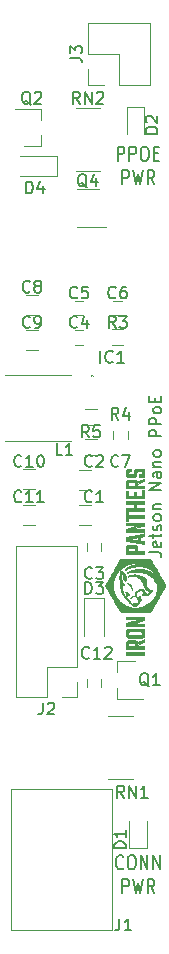
<source format=gbr>
%TF.GenerationSoftware,KiCad,Pcbnew,(5.1.6-0)*%
%TF.CreationDate,2022-04-30T15:33:10-07:00*%
%TF.ProjectId,jetson-nano-ppoe,6a657473-6f6e-42d6-9e61-6e6f2d70706f,rev?*%
%TF.SameCoordinates,PX8b3c880PY8583b00*%
%TF.FileFunction,Legend,Top*%
%TF.FilePolarity,Positive*%
%FSLAX46Y46*%
G04 Gerber Fmt 4.6, Leading zero omitted, Abs format (unit mm)*
G04 Created by KiCad (PCBNEW (5.1.6-0)) date 2022-04-30 15:33:10*
%MOMM*%
%LPD*%
G01*
G04 APERTURE LIST*
%ADD10C,0.150000*%
%ADD11C,0.200000*%
%ADD12C,0.010000*%
%ADD13C,0.100000*%
%ADD14C,0.120000*%
G04 APERTURE END LIST*
D10*
X12702380Y32821429D02*
X13416666Y32821429D01*
X13559523Y32773810D01*
X13654761Y32678572D01*
X13702380Y32535715D01*
X13702380Y32440477D01*
X13654761Y33678572D02*
X13702380Y33583334D01*
X13702380Y33392858D01*
X13654761Y33297620D01*
X13559523Y33250000D01*
X13178571Y33250000D01*
X13083333Y33297620D01*
X13035714Y33392858D01*
X13035714Y33583334D01*
X13083333Y33678572D01*
X13178571Y33726191D01*
X13273809Y33726191D01*
X13369047Y33250000D01*
X13035714Y34011905D02*
X13035714Y34392858D01*
X12702380Y34154762D02*
X13559523Y34154762D01*
X13654761Y34202381D01*
X13702380Y34297620D01*
X13702380Y34392858D01*
X13654761Y34678572D02*
X13702380Y34773810D01*
X13702380Y34964286D01*
X13654761Y35059524D01*
X13559523Y35107143D01*
X13511904Y35107143D01*
X13416666Y35059524D01*
X13369047Y34964286D01*
X13369047Y34821429D01*
X13321428Y34726191D01*
X13226190Y34678572D01*
X13178571Y34678572D01*
X13083333Y34726191D01*
X13035714Y34821429D01*
X13035714Y34964286D01*
X13083333Y35059524D01*
X13702380Y35678572D02*
X13654761Y35583334D01*
X13607142Y35535715D01*
X13511904Y35488096D01*
X13226190Y35488096D01*
X13130952Y35535715D01*
X13083333Y35583334D01*
X13035714Y35678572D01*
X13035714Y35821429D01*
X13083333Y35916667D01*
X13130952Y35964286D01*
X13226190Y36011905D01*
X13511904Y36011905D01*
X13607142Y35964286D01*
X13654761Y35916667D01*
X13702380Y35821429D01*
X13702380Y35678572D01*
X13035714Y36440477D02*
X13702380Y36440477D01*
X13130952Y36440477D02*
X13083333Y36488096D01*
X13035714Y36583334D01*
X13035714Y36726191D01*
X13083333Y36821429D01*
X13178571Y36869048D01*
X13702380Y36869048D01*
X13702380Y38107143D02*
X12702380Y38107143D01*
X13702380Y38678572D01*
X12702380Y38678572D01*
X13702380Y39583334D02*
X13178571Y39583334D01*
X13083333Y39535715D01*
X13035714Y39440477D01*
X13035714Y39250000D01*
X13083333Y39154762D01*
X13654761Y39583334D02*
X13702380Y39488096D01*
X13702380Y39250000D01*
X13654761Y39154762D01*
X13559523Y39107143D01*
X13464285Y39107143D01*
X13369047Y39154762D01*
X13321428Y39250000D01*
X13321428Y39488096D01*
X13273809Y39583334D01*
X13035714Y40059524D02*
X13702380Y40059524D01*
X13130952Y40059524D02*
X13083333Y40107143D01*
X13035714Y40202381D01*
X13035714Y40345239D01*
X13083333Y40440477D01*
X13178571Y40488096D01*
X13702380Y40488096D01*
X13702380Y41107143D02*
X13654761Y41011905D01*
X13607142Y40964286D01*
X13511904Y40916667D01*
X13226190Y40916667D01*
X13130952Y40964286D01*
X13083333Y41011905D01*
X13035714Y41107143D01*
X13035714Y41250000D01*
X13083333Y41345239D01*
X13130952Y41392858D01*
X13226190Y41440477D01*
X13511904Y41440477D01*
X13607142Y41392858D01*
X13654761Y41345239D01*
X13702380Y41250000D01*
X13702380Y41107143D01*
X13702380Y42630953D02*
X12702380Y42630953D01*
X12702380Y43011905D01*
X12750000Y43107143D01*
X12797619Y43154762D01*
X12892857Y43202381D01*
X13035714Y43202381D01*
X13130952Y43154762D01*
X13178571Y43107143D01*
X13226190Y43011905D01*
X13226190Y42630953D01*
X13702380Y43630953D02*
X12702380Y43630953D01*
X12702380Y44011905D01*
X12750000Y44107143D01*
X12797619Y44154762D01*
X12892857Y44202381D01*
X13035714Y44202381D01*
X13130952Y44154762D01*
X13178571Y44107143D01*
X13226190Y44011905D01*
X13226190Y43630953D01*
X13702380Y44773810D02*
X13654761Y44678572D01*
X13607142Y44630953D01*
X13511904Y44583334D01*
X13226190Y44583334D01*
X13130952Y44630953D01*
X13083333Y44678572D01*
X13035714Y44773810D01*
X13035714Y44916667D01*
X13083333Y45011905D01*
X13130952Y45059524D01*
X13226190Y45107143D01*
X13511904Y45107143D01*
X13607142Y45059524D01*
X13654761Y45011905D01*
X13702380Y44916667D01*
X13702380Y44773810D01*
X13178571Y45535715D02*
X13178571Y45869048D01*
X13702380Y46011905D02*
X13702380Y45535715D01*
X12702380Y45535715D01*
X12702380Y46011905D01*
D11*
X10011904Y65957143D02*
X10011904Y67157143D01*
X10392857Y67157143D01*
X10488095Y67100000D01*
X10535714Y67042858D01*
X10583333Y66928572D01*
X10583333Y66757143D01*
X10535714Y66642858D01*
X10488095Y66585715D01*
X10392857Y66528572D01*
X10011904Y66528572D01*
X11011904Y65957143D02*
X11011904Y67157143D01*
X11392857Y67157143D01*
X11488095Y67100000D01*
X11535714Y67042858D01*
X11583333Y66928572D01*
X11583333Y66757143D01*
X11535714Y66642858D01*
X11488095Y66585715D01*
X11392857Y66528572D01*
X11011904Y66528572D01*
X12202380Y67157143D02*
X12392857Y67157143D01*
X12488095Y67100000D01*
X12583333Y66985715D01*
X12630952Y66757143D01*
X12630952Y66357143D01*
X12583333Y66128572D01*
X12488095Y66014286D01*
X12392857Y65957143D01*
X12202380Y65957143D01*
X12107142Y66014286D01*
X12011904Y66128572D01*
X11964285Y66357143D01*
X11964285Y66757143D01*
X12011904Y66985715D01*
X12107142Y67100000D01*
X12202380Y67157143D01*
X13059523Y66585715D02*
X13392857Y66585715D01*
X13535714Y65957143D02*
X13059523Y65957143D01*
X13059523Y67157143D01*
X13535714Y67157143D01*
X10416666Y63957143D02*
X10416666Y65157143D01*
X10797619Y65157143D01*
X10892857Y65100000D01*
X10940476Y65042858D01*
X10988095Y64928572D01*
X10988095Y64757143D01*
X10940476Y64642858D01*
X10892857Y64585715D01*
X10797619Y64528572D01*
X10416666Y64528572D01*
X11321428Y65157143D02*
X11559523Y63957143D01*
X11750000Y64814286D01*
X11940476Y63957143D01*
X12178571Y65157143D01*
X13130952Y63957143D02*
X12797619Y64528572D01*
X12559523Y63957143D02*
X12559523Y65157143D01*
X12940476Y65157143D01*
X13035714Y65100000D01*
X13083333Y65042858D01*
X13130952Y64928572D01*
X13130952Y64757143D01*
X13083333Y64642858D01*
X13035714Y64585715D01*
X12940476Y64528572D01*
X12559523Y64528572D01*
X10488095Y6071429D02*
X10440476Y6014286D01*
X10297619Y5957143D01*
X10202380Y5957143D01*
X10059523Y6014286D01*
X9964285Y6128572D01*
X9916666Y6242858D01*
X9869047Y6471429D01*
X9869047Y6642858D01*
X9916666Y6871429D01*
X9964285Y6985715D01*
X10059523Y7100000D01*
X10202380Y7157143D01*
X10297619Y7157143D01*
X10440476Y7100000D01*
X10488095Y7042858D01*
X11107142Y7157143D02*
X11297619Y7157143D01*
X11392857Y7100000D01*
X11488095Y6985715D01*
X11535714Y6757143D01*
X11535714Y6357143D01*
X11488095Y6128572D01*
X11392857Y6014286D01*
X11297619Y5957143D01*
X11107142Y5957143D01*
X11011904Y6014286D01*
X10916666Y6128572D01*
X10869047Y6357143D01*
X10869047Y6757143D01*
X10916666Y6985715D01*
X11011904Y7100000D01*
X11107142Y7157143D01*
X11964285Y5957143D02*
X11964285Y7157143D01*
X12535714Y5957143D01*
X12535714Y7157143D01*
X13011904Y5957143D02*
X13011904Y7157143D01*
X13583333Y5957143D01*
X13583333Y7157143D01*
X10416666Y3957143D02*
X10416666Y5157143D01*
X10797619Y5157143D01*
X10892857Y5100000D01*
X10940476Y5042858D01*
X10988095Y4928572D01*
X10988095Y4757143D01*
X10940476Y4642858D01*
X10892857Y4585715D01*
X10797619Y4528572D01*
X10416666Y4528572D01*
X11321428Y5157143D02*
X11559523Y3957143D01*
X11750000Y4814286D01*
X11940476Y3957143D01*
X12178571Y5157143D01*
X13130952Y3957143D02*
X12797619Y4528572D01*
X12559523Y3957143D02*
X12559523Y5157143D01*
X12940476Y5157143D01*
X13035714Y5100000D01*
X13083333Y5042858D01*
X13130952Y4928572D01*
X13130952Y4757143D01*
X13083333Y4642858D01*
X13035714Y4585715D01*
X12940476Y4528572D01*
X12559523Y4528572D01*
D12*
%TO.C,G\u002A\u002A\u002A*%
G36*
X8975101Y30034023D02*
G01*
X8980196Y30057539D01*
X8984103Y30065194D01*
X8994050Y30083288D01*
X9009721Y30111268D01*
X9030798Y30148581D01*
X9056964Y30194671D01*
X9087901Y30248986D01*
X9123293Y30310970D01*
X9162823Y30380070D01*
X9206173Y30455732D01*
X9253026Y30537401D01*
X9303065Y30624525D01*
X9355972Y30716548D01*
X9411432Y30812917D01*
X9469125Y30913077D01*
X9528736Y31016475D01*
X9579612Y31104650D01*
X9664233Y31251162D01*
X9742607Y31386656D01*
X9814753Y31511164D01*
X9880688Y31624715D01*
X9940430Y31727340D01*
X9993997Y31819069D01*
X10041406Y31899931D01*
X10082675Y31969959D01*
X10117822Y32029181D01*
X10146866Y32077628D01*
X10169823Y32115331D01*
X10186711Y32142319D01*
X10197548Y32158624D01*
X10201032Y32163155D01*
X10227291Y32188237D01*
X10254817Y32204822D01*
X10265429Y32209193D01*
X10269741Y32210764D01*
X10274282Y32212204D01*
X10279597Y32213518D01*
X10286235Y32214713D01*
X10294741Y32215793D01*
X10305662Y32216764D01*
X10319545Y32217633D01*
X10336937Y32218405D01*
X10358385Y32219086D01*
X10384435Y32219681D01*
X10415634Y32220197D01*
X10452529Y32220638D01*
X10495667Y32221011D01*
X10545594Y32221322D01*
X10602857Y32221575D01*
X10668003Y32221778D01*
X10741579Y32221935D01*
X10824132Y32222053D01*
X10916207Y32222137D01*
X11018353Y32222193D01*
X11131115Y32222226D01*
X11255041Y32222243D01*
X11390677Y32222249D01*
X11509525Y32222250D01*
X11655069Y32222248D01*
X11788459Y32222239D01*
X11910243Y32222218D01*
X12020967Y32222179D01*
X12121176Y32222115D01*
X12211419Y32222022D01*
X12292240Y32221894D01*
X12364188Y32221725D01*
X12427808Y32221510D01*
X12483647Y32221243D01*
X12532251Y32220918D01*
X12574167Y32220529D01*
X12609943Y32220072D01*
X12640123Y32219540D01*
X12665255Y32218928D01*
X12685885Y32218230D01*
X12702560Y32217441D01*
X12715826Y32216555D01*
X12726230Y32215565D01*
X12734319Y32214468D01*
X12740638Y32213256D01*
X12745736Y32211925D01*
X12750157Y32210469D01*
X12752967Y32209437D01*
X12784981Y32192831D01*
X12813428Y32169853D01*
X12813530Y32169750D01*
X12819728Y32161587D01*
X12830872Y32144664D01*
X12847059Y32118813D01*
X12868389Y32083866D01*
X12894960Y32039655D01*
X12926871Y31986014D01*
X12964219Y31922774D01*
X13007104Y31849767D01*
X13055625Y31766827D01*
X13109879Y31673785D01*
X13169966Y31570474D01*
X13235983Y31456726D01*
X13308030Y31332374D01*
X13386206Y31197249D01*
X13434221Y31114175D01*
X13495364Y31008304D01*
X13554865Y30905180D01*
X13612408Y30805357D01*
X13667673Y30709390D01*
X13720343Y30617835D01*
X13770101Y30531246D01*
X13816627Y30450178D01*
X13859606Y30375187D01*
X13898718Y30306826D01*
X13933645Y30245653D01*
X13964071Y30192221D01*
X13989676Y30147085D01*
X14010143Y30110801D01*
X14025155Y30083923D01*
X14034393Y30067007D01*
X14037472Y30060864D01*
X14045427Y30023714D01*
X14045433Y29982708D01*
X14037757Y29943567D01*
X14031235Y29926725D01*
X14024884Y29914523D01*
X14012662Y29892285D01*
X13994952Y29860670D01*
X13972139Y29820341D01*
X13944605Y29771958D01*
X13912736Y29716184D01*
X13876915Y29653679D01*
X13837525Y29585106D01*
X13794951Y29511125D01*
X13749577Y29432397D01*
X13701786Y29349585D01*
X13651962Y29263350D01*
X13600489Y29174354D01*
X13547752Y29083256D01*
X13494133Y28990720D01*
X13440018Y28897406D01*
X13385789Y28803976D01*
X13331830Y28711092D01*
X13278526Y28619414D01*
X13226260Y28529605D01*
X13175417Y28442324D01*
X13126379Y28358235D01*
X13079532Y28277999D01*
X13035258Y28202276D01*
X12993942Y28131729D01*
X12955967Y28067018D01*
X12921719Y28008806D01*
X12891579Y27957753D01*
X12865932Y27914521D01*
X12845163Y27879771D01*
X12829655Y27854166D01*
X12819791Y27838365D01*
X12816199Y27833204D01*
X12796431Y27816437D01*
X12772210Y27800747D01*
X12761156Y27795104D01*
X12728725Y27780425D01*
X11503175Y27780425D01*
X11503175Y28117501D01*
X11560252Y28117623D01*
X11606853Y28118064D01*
X11645198Y28118939D01*
X11677510Y28120360D01*
X11706011Y28122441D01*
X11732920Y28125295D01*
X11760461Y28129035D01*
X11776225Y28131440D01*
X11932436Y28162100D01*
X12083314Y28204213D01*
X12228652Y28257680D01*
X12368249Y28322406D01*
X12501900Y28398292D01*
X12629400Y28485241D01*
X12750546Y28583157D01*
X12781763Y28611116D01*
X12891027Y28719567D01*
X12990255Y28835671D01*
X13079243Y28959041D01*
X13157787Y29089293D01*
X13225682Y29226040D01*
X13282725Y29368897D01*
X13328711Y29517478D01*
X13363438Y29671398D01*
X13373431Y29729875D01*
X13379462Y29774179D01*
X13382012Y29811490D01*
X13380974Y29846759D01*
X13376239Y29884939D01*
X13369192Y29923550D01*
X13343612Y30022761D01*
X13306471Y30123539D01*
X13258641Y30224837D01*
X13200988Y30325608D01*
X13134382Y30424806D01*
X13059691Y30521384D01*
X12977785Y30614295D01*
X12889532Y30702494D01*
X12795800Y30784932D01*
X12697459Y30860563D01*
X12595378Y30928342D01*
X12490424Y30987220D01*
X12483326Y30990814D01*
X12396494Y31029777D01*
X12299299Y31064968D01*
X12193598Y31096063D01*
X12081250Y31122736D01*
X11964115Y31144662D01*
X11844050Y31161516D01*
X11722916Y31172974D01*
X11602571Y31178711D01*
X11484874Y31178401D01*
X11425331Y31175743D01*
X11300751Y31165386D01*
X11182098Y31149767D01*
X11070815Y31129162D01*
X10968342Y31103848D01*
X10876122Y31074101D01*
X10856731Y31066746D01*
X10829311Y31056564D01*
X10806029Y31048924D01*
X10789503Y31044619D01*
X10782555Y31044259D01*
X10776195Y31054151D01*
X10780367Y31068473D01*
X10794047Y31086384D01*
X10816215Y31107040D01*
X10845849Y31129599D01*
X10881925Y31153220D01*
X10923422Y31177059D01*
X10969317Y31200275D01*
X10975237Y31203056D01*
X11097920Y31253975D01*
X11228856Y31296631D01*
X11366485Y31330823D01*
X11509247Y31356348D01*
X11655581Y31373006D01*
X11803928Y31380596D01*
X11952728Y31378915D01*
X12100419Y31367762D01*
X12176275Y31358151D01*
X12321368Y31331519D01*
X12459286Y31294580D01*
X12590661Y31247043D01*
X12716127Y31188617D01*
X12836315Y31119013D01*
X12951859Y31037938D01*
X13050965Y30956194D01*
X13107803Y30900097D01*
X13163886Y30833434D01*
X13217460Y30758301D01*
X13220683Y30753375D01*
X13237529Y30727854D01*
X13251926Y30706720D01*
X13262471Y30691982D01*
X13267761Y30685651D01*
X13268001Y30685550D01*
X13267523Y30690933D01*
X13262131Y30705914D01*
X13252606Y30728740D01*
X13239733Y30757661D01*
X13224293Y30790924D01*
X13207070Y30826776D01*
X13188846Y30863465D01*
X13185916Y30869245D01*
X13154948Y30926476D01*
X13119272Y30986146D01*
X13080078Y31046687D01*
X13038555Y31106535D01*
X12995895Y31164124D01*
X12953289Y31217887D01*
X12911925Y31266260D01*
X12872996Y31307676D01*
X12837691Y31340570D01*
X12813201Y31359463D01*
X12753493Y31396255D01*
X12683396Y31432959D01*
X12605197Y31468725D01*
X12521186Y31502702D01*
X12433650Y31534040D01*
X12344876Y31561887D01*
X12257154Y31585394D01*
X12172771Y31603710D01*
X12141261Y31609263D01*
X12090624Y31615939D01*
X12030109Y31621255D01*
X11962473Y31625111D01*
X11890476Y31627405D01*
X11816875Y31628039D01*
X11744429Y31626911D01*
X11700626Y31625252D01*
X11538472Y31613959D01*
X11387146Y31596031D01*
X11246648Y31571468D01*
X11116977Y31540270D01*
X10998132Y31502437D01*
X10890113Y31457968D01*
X10792919Y31406863D01*
X10706549Y31349121D01*
X10674053Y31323352D01*
X10652728Y31306086D01*
X10634667Y31292423D01*
X10622271Y31284128D01*
X10618381Y31282450D01*
X10610037Y31286860D01*
X10609984Y31299411D01*
X10617722Y31319078D01*
X10632749Y31344839D01*
X10654562Y31375669D01*
X10679141Y31406380D01*
X10739231Y31468840D01*
X10810598Y31526988D01*
X10892489Y31580573D01*
X10984147Y31629343D01*
X11084818Y31673049D01*
X11193745Y31711437D01*
X11310175Y31744259D01*
X11433351Y31771262D01*
X11562520Y31792196D01*
X11696924Y31806810D01*
X11835810Y31814852D01*
X11912750Y31816377D01*
X11952335Y31816692D01*
X11980490Y31817135D01*
X11998482Y31817853D01*
X12007582Y31818993D01*
X12009058Y31820700D01*
X12004179Y31823123D01*
X11995658Y31825955D01*
X11931295Y31843210D01*
X11856929Y31858057D01*
X11775080Y31870179D01*
X11688270Y31879258D01*
X11599023Y31884978D01*
X11509860Y31887022D01*
X11509525Y31887022D01*
X11395801Y31884593D01*
X11290009Y31876774D01*
X11188375Y31863107D01*
X11087130Y31843137D01*
X11028361Y31828815D01*
X10881933Y31784411D01*
X10740878Y31728795D01*
X10605701Y31662482D01*
X10476907Y31585990D01*
X10355004Y31499836D01*
X10240498Y31404538D01*
X10133893Y31300613D01*
X10035696Y31188578D01*
X9946414Y31068951D01*
X9866551Y30942248D01*
X9796615Y30808987D01*
X9737110Y30669685D01*
X9688544Y30524859D01*
X9664672Y30434725D01*
X9649502Y30367125D01*
X9637776Y30304610D01*
X9629127Y30243853D01*
X9623184Y30181527D01*
X9619578Y30114304D01*
X9617940Y30038859D01*
X9617771Y30012450D01*
X9617927Y29945609D01*
X9619065Y29888432D01*
X9621454Y29837902D01*
X9625360Y29791005D01*
X9631052Y29744724D01*
X9638798Y29696042D01*
X9648867Y29641945D01*
X9652203Y29625100D01*
X9688141Y29477145D01*
X9735550Y29333952D01*
X9793930Y29196041D01*
X9862783Y29063933D01*
X9941608Y28938147D01*
X10029906Y28819203D01*
X10127177Y28707622D01*
X10232922Y28603924D01*
X10346641Y28508628D01*
X10467834Y28422256D01*
X10596003Y28345326D01*
X10730648Y28278359D01*
X10871268Y28221876D01*
X11017365Y28176396D01*
X11052325Y28167389D01*
X11112177Y28153139D01*
X11165936Y28141784D01*
X11216334Y28133021D01*
X11266101Y28126547D01*
X11317969Y28122061D01*
X11374670Y28119261D01*
X11438936Y28117844D01*
X11503175Y28117501D01*
X11503175Y27780425D01*
X10290325Y27780425D01*
X10257893Y27795104D01*
X10234252Y27808397D01*
X10211439Y27825291D01*
X10202939Y27833204D01*
X10197737Y27840786D01*
X10186589Y27858718D01*
X10169880Y27886338D01*
X10147991Y27922987D01*
X10121306Y27968002D01*
X10090208Y28020723D01*
X10055080Y28080488D01*
X10016305Y28146637D01*
X9974266Y28218508D01*
X9929345Y28295440D01*
X9881926Y28376772D01*
X9832392Y28461842D01*
X9781125Y28549991D01*
X9728509Y28640556D01*
X9674926Y28732876D01*
X9620760Y28826291D01*
X9566393Y28920139D01*
X9512209Y29013759D01*
X9458590Y29106490D01*
X9405920Y29197671D01*
X9354581Y29286641D01*
X9304956Y29372738D01*
X9257428Y29455301D01*
X9212381Y29533670D01*
X9170197Y29607183D01*
X9131259Y29675180D01*
X9095950Y29736998D01*
X9064653Y29791977D01*
X9037752Y29839455D01*
X9015628Y29878772D01*
X8998665Y29909267D01*
X8987246Y29930278D01*
X8981754Y29941144D01*
X8981443Y29941921D01*
X8975395Y29969067D01*
X8973260Y30001792D01*
X8975101Y30034023D01*
G37*
X8975101Y30034023D02*
X8980196Y30057539D01*
X8984103Y30065194D01*
X8994050Y30083288D01*
X9009721Y30111268D01*
X9030798Y30148581D01*
X9056964Y30194671D01*
X9087901Y30248986D01*
X9123293Y30310970D01*
X9162823Y30380070D01*
X9206173Y30455732D01*
X9253026Y30537401D01*
X9303065Y30624525D01*
X9355972Y30716548D01*
X9411432Y30812917D01*
X9469125Y30913077D01*
X9528736Y31016475D01*
X9579612Y31104650D01*
X9664233Y31251162D01*
X9742607Y31386656D01*
X9814753Y31511164D01*
X9880688Y31624715D01*
X9940430Y31727340D01*
X9993997Y31819069D01*
X10041406Y31899931D01*
X10082675Y31969959D01*
X10117822Y32029181D01*
X10146866Y32077628D01*
X10169823Y32115331D01*
X10186711Y32142319D01*
X10197548Y32158624D01*
X10201032Y32163155D01*
X10227291Y32188237D01*
X10254817Y32204822D01*
X10265429Y32209193D01*
X10269741Y32210764D01*
X10274282Y32212204D01*
X10279597Y32213518D01*
X10286235Y32214713D01*
X10294741Y32215793D01*
X10305662Y32216764D01*
X10319545Y32217633D01*
X10336937Y32218405D01*
X10358385Y32219086D01*
X10384435Y32219681D01*
X10415634Y32220197D01*
X10452529Y32220638D01*
X10495667Y32221011D01*
X10545594Y32221322D01*
X10602857Y32221575D01*
X10668003Y32221778D01*
X10741579Y32221935D01*
X10824132Y32222053D01*
X10916207Y32222137D01*
X11018353Y32222193D01*
X11131115Y32222226D01*
X11255041Y32222243D01*
X11390677Y32222249D01*
X11509525Y32222250D01*
X11655069Y32222248D01*
X11788459Y32222239D01*
X11910243Y32222218D01*
X12020967Y32222179D01*
X12121176Y32222115D01*
X12211419Y32222022D01*
X12292240Y32221894D01*
X12364188Y32221725D01*
X12427808Y32221510D01*
X12483647Y32221243D01*
X12532251Y32220918D01*
X12574167Y32220529D01*
X12609943Y32220072D01*
X12640123Y32219540D01*
X12665255Y32218928D01*
X12685885Y32218230D01*
X12702560Y32217441D01*
X12715826Y32216555D01*
X12726230Y32215565D01*
X12734319Y32214468D01*
X12740638Y32213256D01*
X12745736Y32211925D01*
X12750157Y32210469D01*
X12752967Y32209437D01*
X12784981Y32192831D01*
X12813428Y32169853D01*
X12813530Y32169750D01*
X12819728Y32161587D01*
X12830872Y32144664D01*
X12847059Y32118813D01*
X12868389Y32083866D01*
X12894960Y32039655D01*
X12926871Y31986014D01*
X12964219Y31922774D01*
X13007104Y31849767D01*
X13055625Y31766827D01*
X13109879Y31673785D01*
X13169966Y31570474D01*
X13235983Y31456726D01*
X13308030Y31332374D01*
X13386206Y31197249D01*
X13434221Y31114175D01*
X13495364Y31008304D01*
X13554865Y30905180D01*
X13612408Y30805357D01*
X13667673Y30709390D01*
X13720343Y30617835D01*
X13770101Y30531246D01*
X13816627Y30450178D01*
X13859606Y30375187D01*
X13898718Y30306826D01*
X13933645Y30245653D01*
X13964071Y30192221D01*
X13989676Y30147085D01*
X14010143Y30110801D01*
X14025155Y30083923D01*
X14034393Y30067007D01*
X14037472Y30060864D01*
X14045427Y30023714D01*
X14045433Y29982708D01*
X14037757Y29943567D01*
X14031235Y29926725D01*
X14024884Y29914523D01*
X14012662Y29892285D01*
X13994952Y29860670D01*
X13972139Y29820341D01*
X13944605Y29771958D01*
X13912736Y29716184D01*
X13876915Y29653679D01*
X13837525Y29585106D01*
X13794951Y29511125D01*
X13749577Y29432397D01*
X13701786Y29349585D01*
X13651962Y29263350D01*
X13600489Y29174354D01*
X13547752Y29083256D01*
X13494133Y28990720D01*
X13440018Y28897406D01*
X13385789Y28803976D01*
X13331830Y28711092D01*
X13278526Y28619414D01*
X13226260Y28529605D01*
X13175417Y28442324D01*
X13126379Y28358235D01*
X13079532Y28277999D01*
X13035258Y28202276D01*
X12993942Y28131729D01*
X12955967Y28067018D01*
X12921719Y28008806D01*
X12891579Y27957753D01*
X12865932Y27914521D01*
X12845163Y27879771D01*
X12829655Y27854166D01*
X12819791Y27838365D01*
X12816199Y27833204D01*
X12796431Y27816437D01*
X12772210Y27800747D01*
X12761156Y27795104D01*
X12728725Y27780425D01*
X11503175Y27780425D01*
X11503175Y28117501D01*
X11560252Y28117623D01*
X11606853Y28118064D01*
X11645198Y28118939D01*
X11677510Y28120360D01*
X11706011Y28122441D01*
X11732920Y28125295D01*
X11760461Y28129035D01*
X11776225Y28131440D01*
X11932436Y28162100D01*
X12083314Y28204213D01*
X12228652Y28257680D01*
X12368249Y28322406D01*
X12501900Y28398292D01*
X12629400Y28485241D01*
X12750546Y28583157D01*
X12781763Y28611116D01*
X12891027Y28719567D01*
X12990255Y28835671D01*
X13079243Y28959041D01*
X13157787Y29089293D01*
X13225682Y29226040D01*
X13282725Y29368897D01*
X13328711Y29517478D01*
X13363438Y29671398D01*
X13373431Y29729875D01*
X13379462Y29774179D01*
X13382012Y29811490D01*
X13380974Y29846759D01*
X13376239Y29884939D01*
X13369192Y29923550D01*
X13343612Y30022761D01*
X13306471Y30123539D01*
X13258641Y30224837D01*
X13200988Y30325608D01*
X13134382Y30424806D01*
X13059691Y30521384D01*
X12977785Y30614295D01*
X12889532Y30702494D01*
X12795800Y30784932D01*
X12697459Y30860563D01*
X12595378Y30928342D01*
X12490424Y30987220D01*
X12483326Y30990814D01*
X12396494Y31029777D01*
X12299299Y31064968D01*
X12193598Y31096063D01*
X12081250Y31122736D01*
X11964115Y31144662D01*
X11844050Y31161516D01*
X11722916Y31172974D01*
X11602571Y31178711D01*
X11484874Y31178401D01*
X11425331Y31175743D01*
X11300751Y31165386D01*
X11182098Y31149767D01*
X11070815Y31129162D01*
X10968342Y31103848D01*
X10876122Y31074101D01*
X10856731Y31066746D01*
X10829311Y31056564D01*
X10806029Y31048924D01*
X10789503Y31044619D01*
X10782555Y31044259D01*
X10776195Y31054151D01*
X10780367Y31068473D01*
X10794047Y31086384D01*
X10816215Y31107040D01*
X10845849Y31129599D01*
X10881925Y31153220D01*
X10923422Y31177059D01*
X10969317Y31200275D01*
X10975237Y31203056D01*
X11097920Y31253975D01*
X11228856Y31296631D01*
X11366485Y31330823D01*
X11509247Y31356348D01*
X11655581Y31373006D01*
X11803928Y31380596D01*
X11952728Y31378915D01*
X12100419Y31367762D01*
X12176275Y31358151D01*
X12321368Y31331519D01*
X12459286Y31294580D01*
X12590661Y31247043D01*
X12716127Y31188617D01*
X12836315Y31119013D01*
X12951859Y31037938D01*
X13050965Y30956194D01*
X13107803Y30900097D01*
X13163886Y30833434D01*
X13217460Y30758301D01*
X13220683Y30753375D01*
X13237529Y30727854D01*
X13251926Y30706720D01*
X13262471Y30691982D01*
X13267761Y30685651D01*
X13268001Y30685550D01*
X13267523Y30690933D01*
X13262131Y30705914D01*
X13252606Y30728740D01*
X13239733Y30757661D01*
X13224293Y30790924D01*
X13207070Y30826776D01*
X13188846Y30863465D01*
X13185916Y30869245D01*
X13154948Y30926476D01*
X13119272Y30986146D01*
X13080078Y31046687D01*
X13038555Y31106535D01*
X12995895Y31164124D01*
X12953289Y31217887D01*
X12911925Y31266260D01*
X12872996Y31307676D01*
X12837691Y31340570D01*
X12813201Y31359463D01*
X12753493Y31396255D01*
X12683396Y31432959D01*
X12605197Y31468725D01*
X12521186Y31502702D01*
X12433650Y31534040D01*
X12344876Y31561887D01*
X12257154Y31585394D01*
X12172771Y31603710D01*
X12141261Y31609263D01*
X12090624Y31615939D01*
X12030109Y31621255D01*
X11962473Y31625111D01*
X11890476Y31627405D01*
X11816875Y31628039D01*
X11744429Y31626911D01*
X11700626Y31625252D01*
X11538472Y31613959D01*
X11387146Y31596031D01*
X11246648Y31571468D01*
X11116977Y31540270D01*
X10998132Y31502437D01*
X10890113Y31457968D01*
X10792919Y31406863D01*
X10706549Y31349121D01*
X10674053Y31323352D01*
X10652728Y31306086D01*
X10634667Y31292423D01*
X10622271Y31284128D01*
X10618381Y31282450D01*
X10610037Y31286860D01*
X10609984Y31299411D01*
X10617722Y31319078D01*
X10632749Y31344839D01*
X10654562Y31375669D01*
X10679141Y31406380D01*
X10739231Y31468840D01*
X10810598Y31526988D01*
X10892489Y31580573D01*
X10984147Y31629343D01*
X11084818Y31673049D01*
X11193745Y31711437D01*
X11310175Y31744259D01*
X11433351Y31771262D01*
X11562520Y31792196D01*
X11696924Y31806810D01*
X11835810Y31814852D01*
X11912750Y31816377D01*
X11952335Y31816692D01*
X11980490Y31817135D01*
X11998482Y31817853D01*
X12007582Y31818993D01*
X12009058Y31820700D01*
X12004179Y31823123D01*
X11995658Y31825955D01*
X11931295Y31843210D01*
X11856929Y31858057D01*
X11775080Y31870179D01*
X11688270Y31879258D01*
X11599023Y31884978D01*
X11509860Y31887022D01*
X11509525Y31887022D01*
X11395801Y31884593D01*
X11290009Y31876774D01*
X11188375Y31863107D01*
X11087130Y31843137D01*
X11028361Y31828815D01*
X10881933Y31784411D01*
X10740878Y31728795D01*
X10605701Y31662482D01*
X10476907Y31585990D01*
X10355004Y31499836D01*
X10240498Y31404538D01*
X10133893Y31300613D01*
X10035696Y31188578D01*
X9946414Y31068951D01*
X9866551Y30942248D01*
X9796615Y30808987D01*
X9737110Y30669685D01*
X9688544Y30524859D01*
X9664672Y30434725D01*
X9649502Y30367125D01*
X9637776Y30304610D01*
X9629127Y30243853D01*
X9623184Y30181527D01*
X9619578Y30114304D01*
X9617940Y30038859D01*
X9617771Y30012450D01*
X9617927Y29945609D01*
X9619065Y29888432D01*
X9621454Y29837902D01*
X9625360Y29791005D01*
X9631052Y29744724D01*
X9638798Y29696042D01*
X9648867Y29641945D01*
X9652203Y29625100D01*
X9688141Y29477145D01*
X9735550Y29333952D01*
X9793930Y29196041D01*
X9862783Y29063933D01*
X9941608Y28938147D01*
X10029906Y28819203D01*
X10127177Y28707622D01*
X10232922Y28603924D01*
X10346641Y28508628D01*
X10467834Y28422256D01*
X10596003Y28345326D01*
X10730648Y28278359D01*
X10871268Y28221876D01*
X11017365Y28176396D01*
X11052325Y28167389D01*
X11112177Y28153139D01*
X11165936Y28141784D01*
X11216334Y28133021D01*
X11266101Y28126547D01*
X11317969Y28122061D01*
X11374670Y28119261D01*
X11438936Y28117844D01*
X11503175Y28117501D01*
X11503175Y27780425D01*
X10290325Y27780425D01*
X10257893Y27795104D01*
X10234252Y27808397D01*
X10211439Y27825291D01*
X10202939Y27833204D01*
X10197737Y27840786D01*
X10186589Y27858718D01*
X10169880Y27886338D01*
X10147991Y27922987D01*
X10121306Y27968002D01*
X10090208Y28020723D01*
X10055080Y28080488D01*
X10016305Y28146637D01*
X9974266Y28218508D01*
X9929345Y28295440D01*
X9881926Y28376772D01*
X9832392Y28461842D01*
X9781125Y28549991D01*
X9728509Y28640556D01*
X9674926Y28732876D01*
X9620760Y28826291D01*
X9566393Y28920139D01*
X9512209Y29013759D01*
X9458590Y29106490D01*
X9405920Y29197671D01*
X9354581Y29286641D01*
X9304956Y29372738D01*
X9257428Y29455301D01*
X9212381Y29533670D01*
X9170197Y29607183D01*
X9131259Y29675180D01*
X9095950Y29736998D01*
X9064653Y29791977D01*
X9037752Y29839455D01*
X9015628Y29878772D01*
X8998665Y29909267D01*
X8987246Y29930278D01*
X8981754Y29941144D01*
X8981443Y29941921D01*
X8975395Y29969067D01*
X8973260Y30001792D01*
X8975101Y30034023D01*
G36*
X12284225Y24338725D02*
G01*
X12285962Y24229162D01*
X12287700Y24119599D01*
X11511262Y24121212D01*
X10734825Y24122825D01*
X10734825Y24338725D01*
X12284225Y24338725D01*
G37*
X12284225Y24338725D02*
X12285962Y24229162D01*
X12287700Y24119599D01*
X11511262Y24121212D01*
X10734825Y24122825D01*
X10734825Y24338725D01*
X12284225Y24338725D01*
G36*
X10731762Y24864187D02*
G01*
X10731942Y24921156D01*
X10732405Y24976373D01*
X10733114Y25028014D01*
X10734034Y25074255D01*
X10735127Y25113272D01*
X10736358Y25143241D01*
X10737691Y25162337D01*
X10737693Y25162361D01*
X10747564Y25217813D01*
X10764719Y25263140D01*
X10789643Y25298948D01*
X10822821Y25325837D01*
X10864736Y25344410D01*
X10889125Y25350767D01*
X10905363Y25352773D01*
X10932500Y25354460D01*
X10968844Y25355831D01*
X11012704Y25356890D01*
X11062389Y25357642D01*
X11116209Y25358091D01*
X11172474Y25358241D01*
X11229492Y25358095D01*
X11285572Y25357659D01*
X11339025Y25356935D01*
X11388158Y25355930D01*
X11431282Y25354645D01*
X11466707Y25353086D01*
X11492740Y25351257D01*
X11507286Y25349260D01*
X11554393Y25333158D01*
X11591980Y25308927D01*
X11620824Y25275875D01*
X11641699Y25233310D01*
X11643717Y25227494D01*
X11649892Y25209425D01*
X11654347Y25197179D01*
X11655664Y25194159D01*
X11661677Y25196039D01*
X11678424Y25202113D01*
X11704809Y25211962D01*
X11739732Y25225169D01*
X11782095Y25241316D01*
X11830800Y25259985D01*
X11884749Y25280758D01*
X11942844Y25303218D01*
X11968649Y25313222D01*
X12028276Y25336329D01*
X12084299Y25357987D01*
X12135608Y25377772D01*
X12181093Y25395258D01*
X12219646Y25410019D01*
X12250156Y25421630D01*
X12271514Y25429665D01*
X12282611Y25433700D01*
X12283944Y25434100D01*
X12285030Y25428079D01*
X12285807Y25411329D01*
X12286245Y25385816D01*
X12286308Y25353509D01*
X12285963Y25316374D01*
X12285952Y25315611D01*
X12284225Y25197123D01*
X11661925Y24966051D01*
X11658291Y24843669D01*
X12284225Y24840375D01*
X12285962Y24730837D01*
X12287699Y24621300D01*
X10915800Y24621300D01*
X10915800Y24843550D01*
X11481662Y24843550D01*
X11479718Y24976687D01*
X11478957Y25021747D01*
X11478061Y25055824D01*
X11476873Y25080635D01*
X11475234Y25097895D01*
X11472988Y25109321D01*
X11469975Y25116630D01*
X11466435Y25121149D01*
X11462869Y25123973D01*
X11457572Y25126287D01*
X11449347Y25128141D01*
X11436999Y25129585D01*
X11419332Y25130670D01*
X11395149Y25131447D01*
X11363253Y25131965D01*
X11322449Y25132275D01*
X11271541Y25132428D01*
X11209331Y25132474D01*
X11197587Y25132475D01*
X10940077Y25132475D01*
X10927938Y25117484D01*
X10923808Y25111420D01*
X10920731Y25103647D01*
X10918554Y25092349D01*
X10917125Y25075708D01*
X10916292Y25051910D01*
X10915901Y25019137D01*
X10915800Y24975574D01*
X10915800Y24843550D01*
X10915800Y24621300D01*
X10731650Y24621300D01*
X10731762Y24864187D01*
G37*
X10731762Y24864187D02*
X10731942Y24921156D01*
X10732405Y24976373D01*
X10733114Y25028014D01*
X10734034Y25074255D01*
X10735127Y25113272D01*
X10736358Y25143241D01*
X10737691Y25162337D01*
X10737693Y25162361D01*
X10747564Y25217813D01*
X10764719Y25263140D01*
X10789643Y25298948D01*
X10822821Y25325837D01*
X10864736Y25344410D01*
X10889125Y25350767D01*
X10905363Y25352773D01*
X10932500Y25354460D01*
X10968844Y25355831D01*
X11012704Y25356890D01*
X11062389Y25357642D01*
X11116209Y25358091D01*
X11172474Y25358241D01*
X11229492Y25358095D01*
X11285572Y25357659D01*
X11339025Y25356935D01*
X11388158Y25355930D01*
X11431282Y25354645D01*
X11466707Y25353086D01*
X11492740Y25351257D01*
X11507286Y25349260D01*
X11554393Y25333158D01*
X11591980Y25308927D01*
X11620824Y25275875D01*
X11641699Y25233310D01*
X11643717Y25227494D01*
X11649892Y25209425D01*
X11654347Y25197179D01*
X11655664Y25194159D01*
X11661677Y25196039D01*
X11678424Y25202113D01*
X11704809Y25211962D01*
X11739732Y25225169D01*
X11782095Y25241316D01*
X11830800Y25259985D01*
X11884749Y25280758D01*
X11942844Y25303218D01*
X11968649Y25313222D01*
X12028276Y25336329D01*
X12084299Y25357987D01*
X12135608Y25377772D01*
X12181093Y25395258D01*
X12219646Y25410019D01*
X12250156Y25421630D01*
X12271514Y25429665D01*
X12282611Y25433700D01*
X12283944Y25434100D01*
X12285030Y25428079D01*
X12285807Y25411329D01*
X12286245Y25385816D01*
X12286308Y25353509D01*
X12285963Y25316374D01*
X12285952Y25315611D01*
X12284225Y25197123D01*
X11661925Y24966051D01*
X11658291Y24843669D01*
X12284225Y24840375D01*
X12285962Y24730837D01*
X12287699Y24621300D01*
X10915800Y24621300D01*
X10915800Y24843550D01*
X11481662Y24843550D01*
X11479718Y24976687D01*
X11478957Y25021747D01*
X11478061Y25055824D01*
X11476873Y25080635D01*
X11475234Y25097895D01*
X11472988Y25109321D01*
X11469975Y25116630D01*
X11466435Y25121149D01*
X11462869Y25123973D01*
X11457572Y25126287D01*
X11449347Y25128141D01*
X11436999Y25129585D01*
X11419332Y25130670D01*
X11395149Y25131447D01*
X11363253Y25131965D01*
X11322449Y25132275D01*
X11271541Y25132428D01*
X11209331Y25132474D01*
X11197587Y25132475D01*
X10940077Y25132475D01*
X10927938Y25117484D01*
X10923808Y25111420D01*
X10920731Y25103647D01*
X10918554Y25092349D01*
X10917125Y25075708D01*
X10916292Y25051910D01*
X10915901Y25019137D01*
X10915800Y24975574D01*
X10915800Y24843550D01*
X10915800Y24621300D01*
X10731650Y24621300D01*
X10731762Y24864187D01*
G36*
X10734907Y26015003D02*
G01*
X10735205Y26060896D01*
X10735794Y26097219D01*
X10736748Y26125536D01*
X10738143Y26147411D01*
X10740053Y26164408D01*
X10742553Y26178091D01*
X10745719Y26190026D01*
X10745992Y26190915D01*
X10765666Y26235652D01*
X10794346Y26271491D01*
X10832267Y26298716D01*
X10836248Y26300809D01*
X10873627Y26319925D01*
X12145422Y26319925D01*
X12182801Y26300809D01*
X12221875Y26274066D01*
X12251704Y26238663D01*
X12272001Y26194942D01*
X12272229Y26194232D01*
X12275520Y26181762D01*
X12278147Y26166180D01*
X12280205Y26145900D01*
X12281787Y26119335D01*
X12282985Y26084899D01*
X12283893Y26041006D01*
X12284605Y25986070D01*
X12284633Y25983375D01*
X12284927Y25934797D01*
X12284814Y25888343D01*
X12284329Y25846129D01*
X12283508Y25810273D01*
X12282385Y25782891D01*
X12281005Y25766150D01*
X12268838Y25713963D01*
X12248038Y25671069D01*
X12218442Y25637298D01*
X12179886Y25612479D01*
X12132207Y25596443D01*
X12115073Y25593151D01*
X12101400Y25591987D01*
X12076170Y25590934D01*
X12040527Y25589992D01*
X11995615Y25589161D01*
X11942575Y25588440D01*
X11882551Y25587830D01*
X11816687Y25587331D01*
X11746125Y25586941D01*
X11672009Y25586662D01*
X11595482Y25586493D01*
X11517686Y25586434D01*
X11478900Y25586458D01*
X11478900Y25815100D01*
X11509525Y25815100D01*
X11607387Y25815105D01*
X11693342Y25815131D01*
X11768183Y25815197D01*
X11832701Y25815319D01*
X11887688Y25815515D01*
X11933939Y25815802D01*
X11972244Y25816197D01*
X12003397Y25816717D01*
X12028190Y25817381D01*
X12047415Y25818205D01*
X12061865Y25819206D01*
X12072333Y25820402D01*
X12079611Y25821811D01*
X12084492Y25823449D01*
X12087768Y25825334D01*
X12090231Y25827483D01*
X12090550Y25827800D01*
X12095061Y25833144D01*
X12098361Y25840089D01*
X12100636Y25850542D01*
X12102074Y25866410D01*
X12102864Y25889600D01*
X12103192Y25922022D01*
X12103250Y25956761D01*
X12102950Y26003003D01*
X12102000Y26037746D01*
X12100325Y26062180D01*
X12097848Y26077492D01*
X12095142Y26084110D01*
X12083928Y26092648D01*
X12066345Y26099852D01*
X12061804Y26101047D01*
X12051149Y26102043D01*
X12028960Y26102946D01*
X11996402Y26103753D01*
X11954640Y26104467D01*
X11904840Y26105086D01*
X11848166Y26105610D01*
X11785783Y26106039D01*
X11718857Y26106373D01*
X11648553Y26106612D01*
X11576034Y26106755D01*
X11502468Y26106803D01*
X11429018Y26106755D01*
X11356850Y26106612D01*
X11287128Y26106372D01*
X11221018Y26106036D01*
X11159686Y26105604D01*
X11104294Y26105076D01*
X11056010Y26104451D01*
X11015998Y26103729D01*
X10985423Y26102910D01*
X10965450Y26101995D01*
X10957886Y26101192D01*
X10940224Y26095777D01*
X10927663Y26089604D01*
X10926136Y26088341D01*
X10923150Y26078851D01*
X10920667Y26057115D01*
X10918719Y26023579D01*
X10917336Y25978690D01*
X10917006Y25961228D01*
X10916387Y25919256D01*
X10916211Y25888103D01*
X10916635Y25865888D01*
X10917815Y25850733D01*
X10919908Y25840760D01*
X10923072Y25834089D01*
X10927463Y25828842D01*
X10928118Y25828181D01*
X10930533Y25825929D01*
X10933514Y25823951D01*
X10937856Y25822231D01*
X10944351Y25820749D01*
X10953793Y25819488D01*
X10966973Y25818430D01*
X10984686Y25817557D01*
X11007725Y25816852D01*
X11036881Y25816297D01*
X11072949Y25815873D01*
X11116721Y25815564D01*
X11168990Y25815350D01*
X11230549Y25815215D01*
X11302192Y25815140D01*
X11384711Y25815107D01*
X11478900Y25815100D01*
X11478900Y25586458D01*
X11439766Y25586484D01*
X11362863Y25586644D01*
X11288122Y25586914D01*
X11216686Y25587294D01*
X11149697Y25587783D01*
X11088298Y25588381D01*
X11033634Y25589088D01*
X10986846Y25589904D01*
X10949079Y25590829D01*
X10921475Y25591863D01*
X10905177Y25593006D01*
X10903239Y25593269D01*
X10853109Y25606857D01*
X10811335Y25629863D01*
X10778214Y25662040D01*
X10754043Y25703139D01*
X10745992Y25725034D01*
X10742772Y25736899D01*
X10740223Y25750393D01*
X10738270Y25767080D01*
X10736839Y25788524D01*
X10735853Y25816290D01*
X10735239Y25851943D01*
X10734922Y25897045D01*
X10734825Y25953163D01*
X10734825Y25957975D01*
X10734907Y26015003D01*
G37*
X10734907Y26015003D02*
X10735205Y26060896D01*
X10735794Y26097219D01*
X10736748Y26125536D01*
X10738143Y26147411D01*
X10740053Y26164408D01*
X10742553Y26178091D01*
X10745719Y26190026D01*
X10745992Y26190915D01*
X10765666Y26235652D01*
X10794346Y26271491D01*
X10832267Y26298716D01*
X10836248Y26300809D01*
X10873627Y26319925D01*
X12145422Y26319925D01*
X12182801Y26300809D01*
X12221875Y26274066D01*
X12251704Y26238663D01*
X12272001Y26194942D01*
X12272229Y26194232D01*
X12275520Y26181762D01*
X12278147Y26166180D01*
X12280205Y26145900D01*
X12281787Y26119335D01*
X12282985Y26084899D01*
X12283893Y26041006D01*
X12284605Y25986070D01*
X12284633Y25983375D01*
X12284927Y25934797D01*
X12284814Y25888343D01*
X12284329Y25846129D01*
X12283508Y25810273D01*
X12282385Y25782891D01*
X12281005Y25766150D01*
X12268838Y25713963D01*
X12248038Y25671069D01*
X12218442Y25637298D01*
X12179886Y25612479D01*
X12132207Y25596443D01*
X12115073Y25593151D01*
X12101400Y25591987D01*
X12076170Y25590934D01*
X12040527Y25589992D01*
X11995615Y25589161D01*
X11942575Y25588440D01*
X11882551Y25587830D01*
X11816687Y25587331D01*
X11746125Y25586941D01*
X11672009Y25586662D01*
X11595482Y25586493D01*
X11517686Y25586434D01*
X11478900Y25586458D01*
X11478900Y25815100D01*
X11509525Y25815100D01*
X11607387Y25815105D01*
X11693342Y25815131D01*
X11768183Y25815197D01*
X11832701Y25815319D01*
X11887688Y25815515D01*
X11933939Y25815802D01*
X11972244Y25816197D01*
X12003397Y25816717D01*
X12028190Y25817381D01*
X12047415Y25818205D01*
X12061865Y25819206D01*
X12072333Y25820402D01*
X12079611Y25821811D01*
X12084492Y25823449D01*
X12087768Y25825334D01*
X12090231Y25827483D01*
X12090550Y25827800D01*
X12095061Y25833144D01*
X12098361Y25840089D01*
X12100636Y25850542D01*
X12102074Y25866410D01*
X12102864Y25889600D01*
X12103192Y25922022D01*
X12103250Y25956761D01*
X12102950Y26003003D01*
X12102000Y26037746D01*
X12100325Y26062180D01*
X12097848Y26077492D01*
X12095142Y26084110D01*
X12083928Y26092648D01*
X12066345Y26099852D01*
X12061804Y26101047D01*
X12051149Y26102043D01*
X12028960Y26102946D01*
X11996402Y26103753D01*
X11954640Y26104467D01*
X11904840Y26105086D01*
X11848166Y26105610D01*
X11785783Y26106039D01*
X11718857Y26106373D01*
X11648553Y26106612D01*
X11576034Y26106755D01*
X11502468Y26106803D01*
X11429018Y26106755D01*
X11356850Y26106612D01*
X11287128Y26106372D01*
X11221018Y26106036D01*
X11159686Y26105604D01*
X11104294Y26105076D01*
X11056010Y26104451D01*
X11015998Y26103729D01*
X10985423Y26102910D01*
X10965450Y26101995D01*
X10957886Y26101192D01*
X10940224Y26095777D01*
X10927663Y26089604D01*
X10926136Y26088341D01*
X10923150Y26078851D01*
X10920667Y26057115D01*
X10918719Y26023579D01*
X10917336Y25978690D01*
X10917006Y25961228D01*
X10916387Y25919256D01*
X10916211Y25888103D01*
X10916635Y25865888D01*
X10917815Y25850733D01*
X10919908Y25840760D01*
X10923072Y25834089D01*
X10927463Y25828842D01*
X10928118Y25828181D01*
X10930533Y25825929D01*
X10933514Y25823951D01*
X10937856Y25822231D01*
X10944351Y25820749D01*
X10953793Y25819488D01*
X10966973Y25818430D01*
X10984686Y25817557D01*
X11007725Y25816852D01*
X11036881Y25816297D01*
X11072949Y25815873D01*
X11116721Y25815564D01*
X11168990Y25815350D01*
X11230549Y25815215D01*
X11302192Y25815140D01*
X11384711Y25815107D01*
X11478900Y25815100D01*
X11478900Y25586458D01*
X11439766Y25586484D01*
X11362863Y25586644D01*
X11288122Y25586914D01*
X11216686Y25587294D01*
X11149697Y25587783D01*
X11088298Y25588381D01*
X11033634Y25589088D01*
X10986846Y25589904D01*
X10949079Y25590829D01*
X10921475Y25591863D01*
X10905177Y25593006D01*
X10903239Y25593269D01*
X10853109Y25606857D01*
X10811335Y25629863D01*
X10778214Y25662040D01*
X10754043Y25703139D01*
X10745992Y25725034D01*
X10742772Y25736899D01*
X10740223Y25750393D01*
X10738270Y25767080D01*
X10736839Y25788524D01*
X10735853Y25816290D01*
X10735239Y25851943D01*
X10734922Y25897045D01*
X10734825Y25953163D01*
X10734825Y25957975D01*
X10734907Y26015003D01*
G36*
X10733076Y27229562D02*
G01*
X10734825Y27329575D01*
X12284225Y27329575D01*
X12284225Y27107354D01*
X11729330Y26945414D01*
X11174435Y26783475D01*
X12284225Y26777125D01*
X12285973Y26677112D01*
X12287722Y26577100D01*
X10731363Y26577100D01*
X10733094Y26692987D01*
X10734825Y26808875D01*
X11269577Y26964744D01*
X11349296Y26988016D01*
X11425519Y27010336D01*
X11497366Y27031442D01*
X11563955Y27051072D01*
X11624403Y27068965D01*
X11677830Y27084857D01*
X11723354Y27098487D01*
X11760093Y27109592D01*
X11787165Y27117911D01*
X11803689Y27123181D01*
X11808798Y27125081D01*
X11803287Y27125755D01*
X11785986Y27126398D01*
X11757808Y27127003D01*
X11719662Y27127562D01*
X11672461Y27128067D01*
X11617114Y27128510D01*
X11554532Y27128885D01*
X11485628Y27129184D01*
X11411311Y27129399D01*
X11332493Y27129522D01*
X11272297Y27129550D01*
X10731327Y27129550D01*
X10733076Y27229562D01*
G37*
X10733076Y27229562D02*
X10734825Y27329575D01*
X12284225Y27329575D01*
X12284225Y27107354D01*
X11729330Y26945414D01*
X11174435Y26783475D01*
X12284225Y26777125D01*
X12285973Y26677112D01*
X12287722Y26577100D01*
X10731363Y26577100D01*
X10733094Y26692987D01*
X10734825Y26808875D01*
X11269577Y26964744D01*
X11349296Y26988016D01*
X11425519Y27010336D01*
X11497366Y27031442D01*
X11563955Y27051072D01*
X11624403Y27068965D01*
X11677830Y27084857D01*
X11723354Y27098487D01*
X11760093Y27109592D01*
X11787165Y27117911D01*
X11803689Y27123181D01*
X11808798Y27125081D01*
X11803287Y27125755D01*
X11785986Y27126398D01*
X11757808Y27127003D01*
X11719662Y27127562D01*
X11672461Y27128067D01*
X11617114Y27128510D01*
X11554532Y27128885D01*
X11485628Y27129184D01*
X11411311Y27129399D01*
X11332493Y27129522D01*
X11272297Y27129550D01*
X10731327Y27129550D01*
X10733076Y27229562D01*
G36*
X10731698Y32919162D02*
G01*
X10731868Y32995207D01*
X10732401Y33059753D01*
X10733377Y33113996D01*
X10734878Y33159133D01*
X10736985Y33196363D01*
X10739779Y33226881D01*
X10743341Y33251886D01*
X10747752Y33272574D01*
X10753094Y33290143D01*
X10757620Y33301668D01*
X10778553Y33335850D01*
X10808754Y33365820D01*
X10844845Y33388514D01*
X10860742Y33395069D01*
X10869118Y33397691D01*
X10878682Y33399883D01*
X10890585Y33401682D01*
X10905979Y33403128D01*
X10926016Y33404257D01*
X10951846Y33405108D01*
X10984623Y33405720D01*
X11025497Y33406129D01*
X11075621Y33406374D01*
X11136147Y33406493D01*
X11207900Y33406525D01*
X11282608Y33406505D01*
X11345774Y33406377D01*
X11398553Y33406033D01*
X11442103Y33405366D01*
X11477581Y33404271D01*
X11506144Y33402641D01*
X11528948Y33400369D01*
X11547151Y33397350D01*
X11561909Y33393476D01*
X11574380Y33388641D01*
X11585720Y33382739D01*
X11597086Y33375664D01*
X11605722Y33369926D01*
X11625775Y33354096D01*
X11641879Y33334824D01*
X11657542Y33307847D01*
X11658698Y33305588D01*
X11680975Y33261802D01*
X11682997Y33078638D01*
X11685020Y32895473D01*
X11984622Y32893824D01*
X12284225Y32892175D01*
X12285962Y32782637D01*
X12287699Y32673100D01*
X10915800Y32673100D01*
X10915800Y32895350D01*
X11506350Y32895350D01*
X11506350Y33025525D01*
X11506271Y33069639D01*
X11505931Y33102830D01*
X11505178Y33126873D01*
X11503857Y33143544D01*
X11501814Y33154617D01*
X11498895Y33161869D01*
X11494947Y33167076D01*
X11494004Y33168045D01*
X11478855Y33178020D01*
X11460666Y33184232D01*
X11449771Y33185037D01*
X11427688Y33185688D01*
X11395928Y33186175D01*
X11356003Y33186487D01*
X11309424Y33186613D01*
X11257703Y33186542D01*
X11202350Y33186264D01*
X11189871Y33186174D01*
X10940067Y33184275D01*
X10927933Y33169284D01*
X10923805Y33163219D01*
X10920729Y33155441D01*
X10918553Y33144135D01*
X10917124Y33127484D01*
X10916291Y33103672D01*
X10915900Y33070883D01*
X10915800Y33027301D01*
X10915800Y32895350D01*
X10915800Y32673100D01*
X10731650Y32673100D01*
X10731698Y32919162D01*
G37*
X10731698Y32919162D02*
X10731868Y32995207D01*
X10732401Y33059753D01*
X10733377Y33113996D01*
X10734878Y33159133D01*
X10736985Y33196363D01*
X10739779Y33226881D01*
X10743341Y33251886D01*
X10747752Y33272574D01*
X10753094Y33290143D01*
X10757620Y33301668D01*
X10778553Y33335850D01*
X10808754Y33365820D01*
X10844845Y33388514D01*
X10860742Y33395069D01*
X10869118Y33397691D01*
X10878682Y33399883D01*
X10890585Y33401682D01*
X10905979Y33403128D01*
X10926016Y33404257D01*
X10951846Y33405108D01*
X10984623Y33405720D01*
X11025497Y33406129D01*
X11075621Y33406374D01*
X11136147Y33406493D01*
X11207900Y33406525D01*
X11282608Y33406505D01*
X11345774Y33406377D01*
X11398553Y33406033D01*
X11442103Y33405366D01*
X11477581Y33404271D01*
X11506144Y33402641D01*
X11528948Y33400369D01*
X11547151Y33397350D01*
X11561909Y33393476D01*
X11574380Y33388641D01*
X11585720Y33382739D01*
X11597086Y33375664D01*
X11605722Y33369926D01*
X11625775Y33354096D01*
X11641879Y33334824D01*
X11657542Y33307847D01*
X11658698Y33305588D01*
X11680975Y33261802D01*
X11682997Y33078638D01*
X11685020Y32895473D01*
X11984622Y32893824D01*
X12284225Y32892175D01*
X12285962Y32782637D01*
X12287699Y32673100D01*
X10915800Y32673100D01*
X10915800Y32895350D01*
X11506350Y32895350D01*
X11506350Y33025525D01*
X11506271Y33069639D01*
X11505931Y33102830D01*
X11505178Y33126873D01*
X11503857Y33143544D01*
X11501814Y33154617D01*
X11498895Y33161869D01*
X11494947Y33167076D01*
X11494004Y33168045D01*
X11478855Y33178020D01*
X11460666Y33184232D01*
X11449771Y33185037D01*
X11427688Y33185688D01*
X11395928Y33186175D01*
X11356003Y33186487D01*
X11309424Y33186613D01*
X11257703Y33186542D01*
X11202350Y33186264D01*
X11189871Y33186174D01*
X10940067Y33184275D01*
X10927933Y33169284D01*
X10923805Y33163219D01*
X10920729Y33155441D01*
X10918553Y33144135D01*
X10917124Y33127484D01*
X10916291Y33103672D01*
X10915900Y33070883D01*
X10915800Y33027301D01*
X10915800Y32895350D01*
X10915800Y32673100D01*
X10731650Y32673100D01*
X10731698Y32919162D01*
G36*
X10731892Y33992282D02*
G01*
X10732587Y34034048D01*
X10733691Y34067262D01*
X10735156Y34090715D01*
X10736937Y34103200D01*
X10737787Y34104893D01*
X10744429Y34106393D01*
X10762647Y34110090D01*
X10791539Y34115814D01*
X10830204Y34123391D01*
X10877740Y34132647D01*
X10933246Y34143412D01*
X10995820Y34155511D01*
X11064562Y34168772D01*
X11138570Y34183023D01*
X11216942Y34198090D01*
X11298778Y34213801D01*
X11383175Y34229983D01*
X11469233Y34246464D01*
X11556050Y34263070D01*
X11642726Y34279629D01*
X11728357Y34295969D01*
X11812044Y34311916D01*
X11892885Y34327298D01*
X11969978Y34341942D01*
X12042423Y34355675D01*
X12109317Y34368325D01*
X12169760Y34379719D01*
X12222850Y34389684D01*
X12263587Y34397286D01*
X12287400Y34401713D01*
X12287400Y34179059D01*
X12269937Y34175488D01*
X12258863Y34173430D01*
X12237262Y34169593D01*
X12207131Y34164324D01*
X12170464Y34157972D01*
X12129256Y34150883D01*
X12103250Y34146433D01*
X12060507Y34139097D01*
X12021325Y34132304D01*
X11987648Y34126397D01*
X11961417Y34121718D01*
X11944577Y34118609D01*
X11939737Y34117628D01*
X11925450Y34114308D01*
X11925450Y33786983D01*
X12104837Y33758679D01*
X12284225Y33730375D01*
X12285962Y33620837D01*
X12286392Y33578366D01*
X12286098Y33547377D01*
X12285017Y33526670D01*
X12283083Y33515046D01*
X12280233Y33511303D01*
X12280132Y33511300D01*
X12273151Y33512381D01*
X12254599Y33515516D01*
X12225411Y33520539D01*
X12186522Y33527286D01*
X12138865Y33535591D01*
X12083374Y33545291D01*
X12020984Y33556219D01*
X11952630Y33568212D01*
X11879245Y33581104D01*
X11801764Y33594730D01*
X11742887Y33605094D01*
X11742887Y33815956D01*
X11744302Y33822041D01*
X11745549Y33838967D01*
X11746563Y33864878D01*
X11747278Y33897915D01*
X11747626Y33936220D01*
X11747650Y33949450D01*
X11747582Y33993918D01*
X11747288Y34027271D01*
X11746635Y34051091D01*
X11745486Y34066963D01*
X11743709Y34076470D01*
X11741169Y34081197D01*
X11737730Y34082726D01*
X11736325Y34082800D01*
X11728405Y34081747D01*
X11709293Y34078740D01*
X11680305Y34074003D01*
X11642751Y34067763D01*
X11597946Y34060244D01*
X11547202Y34051671D01*
X11491832Y34042271D01*
X11433149Y34032268D01*
X11372467Y34021888D01*
X11311097Y34011355D01*
X11250354Y34000897D01*
X11191549Y33990737D01*
X11135997Y33981101D01*
X11085010Y33972215D01*
X11039900Y33964304D01*
X11001982Y33957593D01*
X10972567Y33952307D01*
X10952969Y33948673D01*
X10944501Y33946915D01*
X10944375Y33946873D01*
X10943456Y33943317D01*
X10947550Y33941116D01*
X10955026Y33939662D01*
X10973743Y33936470D01*
X11002391Y33931746D01*
X11039659Y33925695D01*
X11084239Y33918525D01*
X11134819Y33910441D01*
X11190091Y33901649D01*
X11248745Y33892355D01*
X11309470Y33882766D01*
X11370957Y33873088D01*
X11431896Y33863526D01*
X11490977Y33854287D01*
X11546891Y33845578D01*
X11598328Y33837603D01*
X11643977Y33830570D01*
X11682529Y33824684D01*
X11712674Y33820152D01*
X11733103Y33817179D01*
X11742505Y33815972D01*
X11742887Y33815956D01*
X11742887Y33605094D01*
X11721122Y33608926D01*
X11638251Y33623528D01*
X11554088Y33638369D01*
X11469565Y33653285D01*
X11385618Y33668112D01*
X11303180Y33682684D01*
X11223187Y33696837D01*
X11146572Y33710406D01*
X11074269Y33723226D01*
X11007213Y33735132D01*
X10946338Y33745959D01*
X10892578Y33755543D01*
X10846869Y33763719D01*
X10810143Y33770321D01*
X10783336Y33775185D01*
X10767381Y33778147D01*
X10764987Y33778613D01*
X10731650Y33785250D01*
X10731650Y33943175D01*
X10731892Y33992282D01*
G37*
X10731892Y33992282D02*
X10732587Y34034048D01*
X10733691Y34067262D01*
X10735156Y34090715D01*
X10736937Y34103200D01*
X10737787Y34104893D01*
X10744429Y34106393D01*
X10762647Y34110090D01*
X10791539Y34115814D01*
X10830204Y34123391D01*
X10877740Y34132647D01*
X10933246Y34143412D01*
X10995820Y34155511D01*
X11064562Y34168772D01*
X11138570Y34183023D01*
X11216942Y34198090D01*
X11298778Y34213801D01*
X11383175Y34229983D01*
X11469233Y34246464D01*
X11556050Y34263070D01*
X11642726Y34279629D01*
X11728357Y34295969D01*
X11812044Y34311916D01*
X11892885Y34327298D01*
X11969978Y34341942D01*
X12042423Y34355675D01*
X12109317Y34368325D01*
X12169760Y34379719D01*
X12222850Y34389684D01*
X12263587Y34397286D01*
X12287400Y34401713D01*
X12287400Y34179059D01*
X12269937Y34175488D01*
X12258863Y34173430D01*
X12237262Y34169593D01*
X12207131Y34164324D01*
X12170464Y34157972D01*
X12129256Y34150883D01*
X12103250Y34146433D01*
X12060507Y34139097D01*
X12021325Y34132304D01*
X11987648Y34126397D01*
X11961417Y34121718D01*
X11944577Y34118609D01*
X11939737Y34117628D01*
X11925450Y34114308D01*
X11925450Y33786983D01*
X12104837Y33758679D01*
X12284225Y33730375D01*
X12285962Y33620837D01*
X12286392Y33578366D01*
X12286098Y33547377D01*
X12285017Y33526670D01*
X12283083Y33515046D01*
X12280233Y33511303D01*
X12280132Y33511300D01*
X12273151Y33512381D01*
X12254599Y33515516D01*
X12225411Y33520539D01*
X12186522Y33527286D01*
X12138865Y33535591D01*
X12083374Y33545291D01*
X12020984Y33556219D01*
X11952630Y33568212D01*
X11879245Y33581104D01*
X11801764Y33594730D01*
X11742887Y33605094D01*
X11742887Y33815956D01*
X11744302Y33822041D01*
X11745549Y33838967D01*
X11746563Y33864878D01*
X11747278Y33897915D01*
X11747626Y33936220D01*
X11747650Y33949450D01*
X11747582Y33993918D01*
X11747288Y34027271D01*
X11746635Y34051091D01*
X11745486Y34066963D01*
X11743709Y34076470D01*
X11741169Y34081197D01*
X11737730Y34082726D01*
X11736325Y34082800D01*
X11728405Y34081747D01*
X11709293Y34078740D01*
X11680305Y34074003D01*
X11642751Y34067763D01*
X11597946Y34060244D01*
X11547202Y34051671D01*
X11491832Y34042271D01*
X11433149Y34032268D01*
X11372467Y34021888D01*
X11311097Y34011355D01*
X11250354Y34000897D01*
X11191549Y33990737D01*
X11135997Y33981101D01*
X11085010Y33972215D01*
X11039900Y33964304D01*
X11001982Y33957593D01*
X10972567Y33952307D01*
X10952969Y33948673D01*
X10944501Y33946915D01*
X10944375Y33946873D01*
X10943456Y33943317D01*
X10947550Y33941116D01*
X10955026Y33939662D01*
X10973743Y33936470D01*
X11002391Y33931746D01*
X11039659Y33925695D01*
X11084239Y33918525D01*
X11134819Y33910441D01*
X11190091Y33901649D01*
X11248745Y33892355D01*
X11309470Y33882766D01*
X11370957Y33873088D01*
X11431896Y33863526D01*
X11490977Y33854287D01*
X11546891Y33845578D01*
X11598328Y33837603D01*
X11643977Y33830570D01*
X11682529Y33824684D01*
X11712674Y33820152D01*
X11733103Y33817179D01*
X11742505Y33815972D01*
X11742887Y33815956D01*
X11742887Y33605094D01*
X11721122Y33608926D01*
X11638251Y33623528D01*
X11554088Y33638369D01*
X11469565Y33653285D01*
X11385618Y33668112D01*
X11303180Y33682684D01*
X11223187Y33696837D01*
X11146572Y33710406D01*
X11074269Y33723226D01*
X11007213Y33735132D01*
X10946338Y33745959D01*
X10892578Y33755543D01*
X10846869Y33763719D01*
X10810143Y33770321D01*
X10783336Y33775185D01*
X10767381Y33778147D01*
X10764987Y33778613D01*
X10731650Y33785250D01*
X10731650Y33943175D01*
X10731892Y33992282D01*
G36*
X11271043Y34952064D02*
G01*
X11807262Y35108325D01*
X11271043Y35111500D01*
X10734825Y35114675D01*
X10734825Y35317875D01*
X12284225Y35317875D01*
X12285961Y35208640D01*
X12286491Y35168705D01*
X12286518Y35139624D01*
X12285889Y35119553D01*
X12284452Y35106652D01*
X12282054Y35099077D01*
X12278541Y35094988D01*
X12276436Y35093732D01*
X12268787Y35091149D01*
X12249831Y35085287D01*
X12220459Y35076410D01*
X12181558Y35064779D01*
X12134020Y35050659D01*
X12078733Y35034312D01*
X12016587Y35016002D01*
X11948472Y34995991D01*
X11875276Y34974543D01*
X11797890Y34951920D01*
X11722459Y34929917D01*
X11179743Y34771775D01*
X12284225Y34765425D01*
X12285974Y34665275D01*
X12286423Y34625193D01*
X12286096Y34596310D01*
X12284901Y34577141D01*
X12282748Y34566203D01*
X12279624Y34562041D01*
X12272358Y34561662D01*
X12253175Y34561322D01*
X12222861Y34561025D01*
X12182197Y34560769D01*
X12131969Y34560559D01*
X12072959Y34560393D01*
X12005952Y34560276D01*
X11931731Y34560206D01*
X11851080Y34560187D01*
X11764784Y34560220D01*
X11673624Y34560305D01*
X11578386Y34560445D01*
X11503175Y34560591D01*
X10734825Y34562225D01*
X10734825Y34795804D01*
X11271043Y34952064D01*
G37*
X11271043Y34952064D02*
X11807262Y35108325D01*
X11271043Y35111500D01*
X10734825Y35114675D01*
X10734825Y35317875D01*
X12284225Y35317875D01*
X12285961Y35208640D01*
X12286491Y35168705D01*
X12286518Y35139624D01*
X12285889Y35119553D01*
X12284452Y35106652D01*
X12282054Y35099077D01*
X12278541Y35094988D01*
X12276436Y35093732D01*
X12268787Y35091149D01*
X12249831Y35085287D01*
X12220459Y35076410D01*
X12181558Y35064779D01*
X12134020Y35050659D01*
X12078733Y35034312D01*
X12016587Y35016002D01*
X11948472Y34995991D01*
X11875276Y34974543D01*
X11797890Y34951920D01*
X11722459Y34929917D01*
X11179743Y34771775D01*
X12284225Y34765425D01*
X12285974Y34665275D01*
X12286423Y34625193D01*
X12286096Y34596310D01*
X12284901Y34577141D01*
X12282748Y34566203D01*
X12279624Y34562041D01*
X12272358Y34561662D01*
X12253175Y34561322D01*
X12222861Y34561025D01*
X12182197Y34560769D01*
X12131969Y34560559D01*
X12072959Y34560393D01*
X12005952Y34560276D01*
X11931731Y34560206D01*
X11851080Y34560187D01*
X11764784Y34560220D01*
X11673624Y34560305D01*
X11578386Y34560445D01*
X11503175Y34560591D01*
X10734825Y34562225D01*
X10734825Y34795804D01*
X11271043Y34952064D01*
G36*
X10825312Y36202286D02*
G01*
X10915800Y36204048D01*
X10915800Y35943406D01*
X11600012Y35941790D01*
X12284225Y35940175D01*
X12285962Y35830637D01*
X12287699Y35721100D01*
X10915800Y35721100D01*
X10915800Y35460401D01*
X10825312Y35462163D01*
X10734825Y35463925D01*
X10734825Y36200525D01*
X10825312Y36202286D01*
G37*
X10825312Y36202286D02*
X10915800Y36204048D01*
X10915800Y35943406D01*
X11600012Y35941790D01*
X12284225Y35940175D01*
X12285962Y35830637D01*
X12287699Y35721100D01*
X10915800Y35721100D01*
X10915800Y35460401D01*
X10825312Y35462163D01*
X10734825Y35463925D01*
X10734825Y36200525D01*
X10825312Y36202286D01*
G36*
X12287699Y37118100D02*
G01*
X12285962Y37008562D01*
X12284225Y36899025D01*
X11942912Y36897382D01*
X11601600Y36895739D01*
X11601600Y36565650D01*
X12287400Y36565650D01*
X12287400Y36457500D01*
X12287140Y36415021D01*
X12286301Y36383947D01*
X12284790Y36362993D01*
X12282516Y36350873D01*
X12279462Y36346329D01*
X12272217Y36345958D01*
X12253055Y36345626D01*
X12222760Y36345335D01*
X12182117Y36345087D01*
X12131907Y36344882D01*
X12072915Y36344723D01*
X12005924Y36344610D01*
X11931718Y36344546D01*
X11851080Y36344531D01*
X11764795Y36344566D01*
X11673644Y36344654D01*
X11578413Y36344795D01*
X11503175Y36344941D01*
X10734825Y36346575D01*
X10733087Y36456112D01*
X10731350Y36565650D01*
X11423800Y36565650D01*
X11423800Y36895740D01*
X11079312Y36897382D01*
X10734825Y36899025D01*
X10733087Y37008562D01*
X10731350Y37118100D01*
X12287699Y37118100D01*
G37*
X12287699Y37118100D02*
X12285962Y37008562D01*
X12284225Y36899025D01*
X11942912Y36897382D01*
X11601600Y36895739D01*
X11601600Y36565650D01*
X12287400Y36565650D01*
X12287400Y36457500D01*
X12287140Y36415021D01*
X12286301Y36383947D01*
X12284790Y36362993D01*
X12282516Y36350873D01*
X12279462Y36346329D01*
X12272217Y36345958D01*
X12253055Y36345626D01*
X12222760Y36345335D01*
X12182117Y36345087D01*
X12131907Y36344882D01*
X12072915Y36344723D01*
X12005924Y36344610D01*
X11931718Y36344546D01*
X11851080Y36344531D01*
X11764795Y36344566D01*
X11673644Y36344654D01*
X11578413Y36344795D01*
X11503175Y36344941D01*
X10734825Y36346575D01*
X10733087Y36456112D01*
X10731350Y36565650D01*
X11423800Y36565650D01*
X11423800Y36895740D01*
X11079312Y36897382D01*
X10734825Y36899025D01*
X10733087Y37008562D01*
X10731350Y37118100D01*
X12287699Y37118100D01*
G36*
X10915800Y38032500D02*
G01*
X10915800Y37600700D01*
X11392050Y37600700D01*
X11392050Y37956300D01*
X11576200Y37956300D01*
X11576200Y37600700D01*
X12103250Y37600700D01*
X12103250Y38051898D01*
X12193737Y38050136D01*
X12284225Y38048375D01*
X12285868Y37713387D01*
X12287512Y37378399D01*
X11511168Y37380012D01*
X10734825Y37381625D01*
X10733179Y37707062D01*
X10731534Y38032500D01*
X10915800Y38032500D01*
G37*
X10915800Y38032500D02*
X10915800Y37600700D01*
X11392050Y37600700D01*
X11392050Y37956300D01*
X11576200Y37956300D01*
X11576200Y37600700D01*
X12103250Y37600700D01*
X12103250Y38051898D01*
X12193737Y38050136D01*
X12284225Y38048375D01*
X12285868Y37713387D01*
X12287512Y37378399D01*
X11511168Y37380012D01*
X10734825Y37381625D01*
X10733179Y37707062D01*
X10731534Y38032500D01*
X10915800Y38032500D01*
G36*
X10731698Y38475412D02*
G01*
X10731866Y38532567D01*
X10732324Y38587818D01*
X10733036Y38639385D01*
X10733965Y38685486D01*
X10735075Y38724338D01*
X10736329Y38754160D01*
X10737693Y38773169D01*
X10737776Y38773920D01*
X10748222Y38828872D01*
X10766033Y38873735D01*
X10791683Y38909087D01*
X10825644Y38935506D01*
X10868392Y38953572D01*
X10889125Y38958817D01*
X10905363Y38960823D01*
X10932500Y38962510D01*
X10968844Y38963881D01*
X11012704Y38964940D01*
X11062389Y38965692D01*
X11116209Y38966141D01*
X11172474Y38966291D01*
X11229492Y38966145D01*
X11285572Y38965709D01*
X11339025Y38964985D01*
X11388158Y38963980D01*
X11431282Y38962695D01*
X11466707Y38961136D01*
X11492740Y38959307D01*
X11507286Y38957310D01*
X11554393Y38941208D01*
X11591980Y38916977D01*
X11620824Y38883925D01*
X11641699Y38841360D01*
X11643717Y38835544D01*
X11649886Y38817483D01*
X11654326Y38805251D01*
X11655632Y38802241D01*
X11661639Y38804121D01*
X11678362Y38810189D01*
X11704683Y38820019D01*
X11739483Y38833186D01*
X11781646Y38849265D01*
X11830054Y38867831D01*
X11883590Y38888458D01*
X11941136Y38910723D01*
X11957924Y38917235D01*
X12016934Y38940115D01*
X12072675Y38961689D01*
X12123965Y38981502D01*
X12169619Y38999097D01*
X12208455Y39014020D01*
X12239289Y39025816D01*
X12260939Y39034028D01*
X12272219Y39038202D01*
X12273254Y39038553D01*
X12287683Y39043095D01*
X12284225Y38805165D01*
X11661925Y38574367D01*
X11658291Y38451719D01*
X12284225Y38448425D01*
X12285962Y38338887D01*
X12287699Y38229350D01*
X10915800Y38229350D01*
X10915800Y38451600D01*
X11481662Y38451600D01*
X11479718Y38584737D01*
X11478957Y38629797D01*
X11478061Y38663874D01*
X11476873Y38688685D01*
X11475234Y38705945D01*
X11472988Y38717371D01*
X11469975Y38724680D01*
X11466435Y38729199D01*
X11462869Y38732023D01*
X11457572Y38734337D01*
X11449347Y38736191D01*
X11436999Y38737635D01*
X11419332Y38738720D01*
X11395149Y38739497D01*
X11363253Y38740015D01*
X11322449Y38740325D01*
X11271541Y38740478D01*
X11209331Y38740524D01*
X11197587Y38740525D01*
X10940077Y38740525D01*
X10927938Y38725534D01*
X10923808Y38719470D01*
X10920731Y38711697D01*
X10918554Y38700399D01*
X10917125Y38683758D01*
X10916292Y38659960D01*
X10915901Y38627187D01*
X10915800Y38583624D01*
X10915800Y38451600D01*
X10915800Y38229350D01*
X10731650Y38229350D01*
X10731698Y38475412D01*
G37*
X10731698Y38475412D02*
X10731866Y38532567D01*
X10732324Y38587818D01*
X10733036Y38639385D01*
X10733965Y38685486D01*
X10735075Y38724338D01*
X10736329Y38754160D01*
X10737693Y38773169D01*
X10737776Y38773920D01*
X10748222Y38828872D01*
X10766033Y38873735D01*
X10791683Y38909087D01*
X10825644Y38935506D01*
X10868392Y38953572D01*
X10889125Y38958817D01*
X10905363Y38960823D01*
X10932500Y38962510D01*
X10968844Y38963881D01*
X11012704Y38964940D01*
X11062389Y38965692D01*
X11116209Y38966141D01*
X11172474Y38966291D01*
X11229492Y38966145D01*
X11285572Y38965709D01*
X11339025Y38964985D01*
X11388158Y38963980D01*
X11431282Y38962695D01*
X11466707Y38961136D01*
X11492740Y38959307D01*
X11507286Y38957310D01*
X11554393Y38941208D01*
X11591980Y38916977D01*
X11620824Y38883925D01*
X11641699Y38841360D01*
X11643717Y38835544D01*
X11649886Y38817483D01*
X11654326Y38805251D01*
X11655632Y38802241D01*
X11661639Y38804121D01*
X11678362Y38810189D01*
X11704683Y38820019D01*
X11739483Y38833186D01*
X11781646Y38849265D01*
X11830054Y38867831D01*
X11883590Y38888458D01*
X11941136Y38910723D01*
X11957924Y38917235D01*
X12016934Y38940115D01*
X12072675Y38961689D01*
X12123965Y38981502D01*
X12169619Y38999097D01*
X12208455Y39014020D01*
X12239289Y39025816D01*
X12260939Y39034028D01*
X12272219Y39038202D01*
X12273254Y39038553D01*
X12287683Y39043095D01*
X12284225Y38805165D01*
X11661925Y38574367D01*
X11658291Y38451719D01*
X12284225Y38448425D01*
X12285962Y38338887D01*
X12287699Y38229350D01*
X10915800Y38229350D01*
X10915800Y38451600D01*
X11481662Y38451600D01*
X11479718Y38584737D01*
X11478957Y38629797D01*
X11478061Y38663874D01*
X11476873Y38688685D01*
X11475234Y38705945D01*
X11472988Y38717371D01*
X11469975Y38724680D01*
X11466435Y38729199D01*
X11462869Y38732023D01*
X11457572Y38734337D01*
X11449347Y38736191D01*
X11436999Y38737635D01*
X11419332Y38738720D01*
X11395149Y38739497D01*
X11363253Y38740015D01*
X11322449Y38740325D01*
X11271541Y38740478D01*
X11209331Y38740524D01*
X11197587Y38740525D01*
X10940077Y38740525D01*
X10927938Y38725534D01*
X10923808Y38719470D01*
X10920731Y38711697D01*
X10918554Y38700399D01*
X10917125Y38683758D01*
X10916292Y38659960D01*
X10915901Y38627187D01*
X10915800Y38583624D01*
X10915800Y38451600D01*
X10915800Y38229350D01*
X10731650Y38229350D01*
X10731698Y38475412D01*
G36*
X10735026Y39582319D02*
G01*
X10735412Y39625688D01*
X10736146Y39659703D01*
X10737314Y39686038D01*
X10739004Y39706366D01*
X10741304Y39722359D01*
X10744300Y39735690D01*
X10746067Y39741815D01*
X10765656Y39786512D01*
X10794316Y39822365D01*
X10832248Y39849620D01*
X10836219Y39851709D01*
X10873569Y39870825D01*
X11024859Y39872827D01*
X11176150Y39874830D01*
X11176150Y39651750D01*
X11061561Y39651750D01*
X11020818Y39651699D01*
X10990811Y39651393D01*
X10969572Y39650594D01*
X10955137Y39649067D01*
X10945541Y39646577D01*
X10938818Y39642890D01*
X10933002Y39637768D01*
X10931386Y39636163D01*
X10925377Y39629650D01*
X10921152Y39622640D01*
X10918396Y39612911D01*
X10916797Y39598239D01*
X10916041Y39576404D01*
X10915813Y39545182D01*
X10915800Y39525742D01*
X10915965Y39488339D01*
X10916624Y39461426D01*
X10918020Y39442798D01*
X10920397Y39430246D01*
X10923999Y39421565D01*
X10927932Y39415915D01*
X10940064Y39400925D01*
X11142244Y39398947D01*
X11204561Y39398437D01*
X11255417Y39398349D01*
X11296048Y39398835D01*
X11327691Y39400049D01*
X11351582Y39402143D01*
X11368957Y39405269D01*
X11381053Y39409581D01*
X11389105Y39415231D01*
X11394350Y39422372D01*
X11397805Y39430524D01*
X11400238Y39444066D01*
X11402237Y39468408D01*
X11403711Y39501651D01*
X11404567Y39541899D01*
X11404750Y39573010D01*
X11405251Y39628935D01*
X11406906Y39674048D01*
X11409937Y39710200D01*
X11414568Y39739244D01*
X11421024Y39763033D01*
X11429528Y39783420D01*
X11430375Y39785100D01*
X11453194Y39817254D01*
X11485516Y39845219D01*
X11515875Y39862562D01*
X11523736Y39866063D01*
X11531533Y39868963D01*
X11540500Y39871329D01*
X11551872Y39873226D01*
X11566883Y39874719D01*
X11586770Y39875873D01*
X11612765Y39876754D01*
X11646105Y39877428D01*
X11688025Y39877960D01*
X11739758Y39878414D01*
X11802541Y39878858D01*
X11826380Y39879017D01*
X11907945Y39879373D01*
X11977646Y39879287D01*
X12035326Y39878762D01*
X12080829Y39877801D01*
X12114000Y39876406D01*
X12134682Y39874579D01*
X12138521Y39873927D01*
X12176435Y39860986D01*
X12211331Y39839757D01*
X12239032Y39812952D01*
X12244808Y39805001D01*
X12255715Y39787289D01*
X12264363Y39769635D01*
X12271031Y39750268D01*
X12276000Y39727417D01*
X12279549Y39699310D01*
X12281961Y39664176D01*
X12283514Y39620244D01*
X12284489Y39565742D01*
X12284640Y39553325D01*
X12284925Y39507019D01*
X12284740Y39462548D01*
X12284128Y39422255D01*
X12283136Y39388478D01*
X12281807Y39363560D01*
X12280801Y39353343D01*
X12270019Y39308239D01*
X12251475Y39267700D01*
X12226735Y39234740D01*
X12212441Y39221973D01*
X12195134Y39209826D01*
X12177627Y39200363D01*
X12158062Y39193260D01*
X12134582Y39188196D01*
X12105330Y39184847D01*
X12068450Y39182891D01*
X12022084Y39182005D01*
X11981447Y39181850D01*
X11842900Y39181850D01*
X11842900Y39404100D01*
X11957488Y39404100D01*
X11998231Y39404150D01*
X12028238Y39404456D01*
X12049477Y39405255D01*
X12063912Y39406782D01*
X12073508Y39409272D01*
X12080231Y39412959D01*
X12086047Y39418081D01*
X12087663Y39419686D01*
X12093729Y39426274D01*
X12097975Y39433373D01*
X12100725Y39443238D01*
X12102303Y39458124D01*
X12103033Y39480285D01*
X12103240Y39511978D01*
X12103250Y39528053D01*
X12102824Y39561983D01*
X12101653Y39592075D01*
X12099899Y39615706D01*
X12097723Y39630252D01*
X12096825Y39632839D01*
X12091849Y39639414D01*
X12083848Y39644765D01*
X12071610Y39649011D01*
X12053922Y39652273D01*
X12029572Y39654670D01*
X11997347Y39656325D01*
X11956034Y39657356D01*
X11904421Y39657883D01*
X11842900Y39658029D01*
X11779843Y39657869D01*
X11728289Y39657314D01*
X11687041Y39656252D01*
X11654905Y39654567D01*
X11630685Y39652148D01*
X11613186Y39648880D01*
X11601214Y39644651D01*
X11593573Y39639347D01*
X11589644Y39634009D01*
X11587879Y39624750D01*
X11586090Y39604743D01*
X11584383Y39575942D01*
X11582864Y39540297D01*
X11581639Y39499761D01*
X11581148Y39477125D01*
X11579721Y39420555D01*
X11577514Y39374910D01*
X11574106Y39338420D01*
X11569080Y39309314D01*
X11562016Y39285824D01*
X11552496Y39266178D01*
X11540101Y39248607D01*
X11524413Y39231340D01*
X11522555Y39229470D01*
X11510713Y39217892D01*
X11499567Y39208240D01*
X11487871Y39200330D01*
X11474381Y39193974D01*
X11457853Y39188988D01*
X11437040Y39185186D01*
X11410700Y39182381D01*
X11377586Y39180387D01*
X11336455Y39179019D01*
X11286061Y39178091D01*
X11225161Y39177417D01*
X11170962Y39176959D01*
X11104613Y39176481D01*
X11049680Y39176236D01*
X11004884Y39176262D01*
X10968943Y39176591D01*
X10940575Y39177260D01*
X10918500Y39178302D01*
X10901436Y39179754D01*
X10888102Y39181651D01*
X10877217Y39184026D01*
X10873379Y39185084D01*
X10829764Y39202272D01*
X10795660Y39226421D01*
X10769580Y39259029D01*
X10750034Y39301593D01*
X10746324Y39312891D01*
X10742850Y39325595D01*
X10740142Y39339669D01*
X10738108Y39356809D01*
X10736660Y39378713D01*
X10735707Y39407075D01*
X10735158Y39443592D01*
X10734925Y39489960D01*
X10734899Y39527925D01*
X10735026Y39582319D01*
G37*
X10735026Y39582319D02*
X10735412Y39625688D01*
X10736146Y39659703D01*
X10737314Y39686038D01*
X10739004Y39706366D01*
X10741304Y39722359D01*
X10744300Y39735690D01*
X10746067Y39741815D01*
X10765656Y39786512D01*
X10794316Y39822365D01*
X10832248Y39849620D01*
X10836219Y39851709D01*
X10873569Y39870825D01*
X11024859Y39872827D01*
X11176150Y39874830D01*
X11176150Y39651750D01*
X11061561Y39651750D01*
X11020818Y39651699D01*
X10990811Y39651393D01*
X10969572Y39650594D01*
X10955137Y39649067D01*
X10945541Y39646577D01*
X10938818Y39642890D01*
X10933002Y39637768D01*
X10931386Y39636163D01*
X10925377Y39629650D01*
X10921152Y39622640D01*
X10918396Y39612911D01*
X10916797Y39598239D01*
X10916041Y39576404D01*
X10915813Y39545182D01*
X10915800Y39525742D01*
X10915965Y39488339D01*
X10916624Y39461426D01*
X10918020Y39442798D01*
X10920397Y39430246D01*
X10923999Y39421565D01*
X10927932Y39415915D01*
X10940064Y39400925D01*
X11142244Y39398947D01*
X11204561Y39398437D01*
X11255417Y39398349D01*
X11296048Y39398835D01*
X11327691Y39400049D01*
X11351582Y39402143D01*
X11368957Y39405269D01*
X11381053Y39409581D01*
X11389105Y39415231D01*
X11394350Y39422372D01*
X11397805Y39430524D01*
X11400238Y39444066D01*
X11402237Y39468408D01*
X11403711Y39501651D01*
X11404567Y39541899D01*
X11404750Y39573010D01*
X11405251Y39628935D01*
X11406906Y39674048D01*
X11409937Y39710200D01*
X11414568Y39739244D01*
X11421024Y39763033D01*
X11429528Y39783420D01*
X11430375Y39785100D01*
X11453194Y39817254D01*
X11485516Y39845219D01*
X11515875Y39862562D01*
X11523736Y39866063D01*
X11531533Y39868963D01*
X11540500Y39871329D01*
X11551872Y39873226D01*
X11566883Y39874719D01*
X11586770Y39875873D01*
X11612765Y39876754D01*
X11646105Y39877428D01*
X11688025Y39877960D01*
X11739758Y39878414D01*
X11802541Y39878858D01*
X11826380Y39879017D01*
X11907945Y39879373D01*
X11977646Y39879287D01*
X12035326Y39878762D01*
X12080829Y39877801D01*
X12114000Y39876406D01*
X12134682Y39874579D01*
X12138521Y39873927D01*
X12176435Y39860986D01*
X12211331Y39839757D01*
X12239032Y39812952D01*
X12244808Y39805001D01*
X12255715Y39787289D01*
X12264363Y39769635D01*
X12271031Y39750268D01*
X12276000Y39727417D01*
X12279549Y39699310D01*
X12281961Y39664176D01*
X12283514Y39620244D01*
X12284489Y39565742D01*
X12284640Y39553325D01*
X12284925Y39507019D01*
X12284740Y39462548D01*
X12284128Y39422255D01*
X12283136Y39388478D01*
X12281807Y39363560D01*
X12280801Y39353343D01*
X12270019Y39308239D01*
X12251475Y39267700D01*
X12226735Y39234740D01*
X12212441Y39221973D01*
X12195134Y39209826D01*
X12177627Y39200363D01*
X12158062Y39193260D01*
X12134582Y39188196D01*
X12105330Y39184847D01*
X12068450Y39182891D01*
X12022084Y39182005D01*
X11981447Y39181850D01*
X11842900Y39181850D01*
X11842900Y39404100D01*
X11957488Y39404100D01*
X11998231Y39404150D01*
X12028238Y39404456D01*
X12049477Y39405255D01*
X12063912Y39406782D01*
X12073508Y39409272D01*
X12080231Y39412959D01*
X12086047Y39418081D01*
X12087663Y39419686D01*
X12093729Y39426274D01*
X12097975Y39433373D01*
X12100725Y39443238D01*
X12102303Y39458124D01*
X12103033Y39480285D01*
X12103240Y39511978D01*
X12103250Y39528053D01*
X12102824Y39561983D01*
X12101653Y39592075D01*
X12099899Y39615706D01*
X12097723Y39630252D01*
X12096825Y39632839D01*
X12091849Y39639414D01*
X12083848Y39644765D01*
X12071610Y39649011D01*
X12053922Y39652273D01*
X12029572Y39654670D01*
X11997347Y39656325D01*
X11956034Y39657356D01*
X11904421Y39657883D01*
X11842900Y39658029D01*
X11779843Y39657869D01*
X11728289Y39657314D01*
X11687041Y39656252D01*
X11654905Y39654567D01*
X11630685Y39652148D01*
X11613186Y39648880D01*
X11601214Y39644651D01*
X11593573Y39639347D01*
X11589644Y39634009D01*
X11587879Y39624750D01*
X11586090Y39604743D01*
X11584383Y39575942D01*
X11582864Y39540297D01*
X11581639Y39499761D01*
X11581148Y39477125D01*
X11579721Y39420555D01*
X11577514Y39374910D01*
X11574106Y39338420D01*
X11569080Y39309314D01*
X11562016Y39285824D01*
X11552496Y39266178D01*
X11540101Y39248607D01*
X11524413Y39231340D01*
X11522555Y39229470D01*
X11510713Y39217892D01*
X11499567Y39208240D01*
X11487871Y39200330D01*
X11474381Y39193974D01*
X11457853Y39188988D01*
X11437040Y39185186D01*
X11410700Y39182381D01*
X11377586Y39180387D01*
X11336455Y39179019D01*
X11286061Y39178091D01*
X11225161Y39177417D01*
X11170962Y39176959D01*
X11104613Y39176481D01*
X11049680Y39176236D01*
X11004884Y39176262D01*
X10968943Y39176591D01*
X10940575Y39177260D01*
X10918500Y39178302D01*
X10901436Y39179754D01*
X10888102Y39181651D01*
X10877217Y39184026D01*
X10873379Y39185084D01*
X10829764Y39202272D01*
X10795660Y39226421D01*
X10769580Y39259029D01*
X10750034Y39301593D01*
X10746324Y39312891D01*
X10742850Y39325595D01*
X10740142Y39339669D01*
X10738108Y39356809D01*
X10736660Y39378713D01*
X10735707Y39407075D01*
X10735158Y39443592D01*
X10734925Y39489960D01*
X10734899Y39527925D01*
X10735026Y39582319D01*
G36*
X10173488Y30901284D02*
G01*
X10183751Y31042176D01*
X10199553Y31174360D01*
X10206550Y31219018D01*
X10212199Y31247612D01*
X10219064Y31265339D01*
X10229275Y31273163D01*
X10244963Y31272050D01*
X10268258Y31262966D01*
X10285418Y31254758D01*
X10342843Y31223219D01*
X10401093Y31185189D01*
X10457888Y31142566D01*
X10510949Y31097251D01*
X10557994Y31051144D01*
X10596746Y31006143D01*
X10615645Y30979574D01*
X10638446Y30936587D01*
X10658748Y30882672D01*
X10676000Y30819449D01*
X10685260Y30774450D01*
X10690464Y30737523D01*
X10694167Y30693973D01*
X10696371Y30646547D01*
X10697080Y30597993D01*
X10696294Y30551058D01*
X10694017Y30508489D01*
X10690250Y30473036D01*
X10684996Y30447444D01*
X10684990Y30447425D01*
X10673733Y30418173D01*
X10660467Y30396083D01*
X10646634Y30383207D01*
X10638196Y30380750D01*
X10629392Y30384841D01*
X10614819Y30395543D01*
X10598403Y30409842D01*
X10571849Y30440619D01*
X10545876Y30481912D01*
X10521498Y30531545D01*
X10499729Y30587344D01*
X10481584Y30647131D01*
X10474847Y30674861D01*
X10470749Y30696704D01*
X10467074Y30722415D01*
X10464190Y30748389D01*
X10462466Y30771026D01*
X10462271Y30786725D01*
X10462951Y30791101D01*
X10471550Y30798675D01*
X10485757Y30797674D01*
X10498904Y30790559D01*
X10514080Y30784650D01*
X10526510Y30789987D01*
X10531066Y30797509D01*
X10530120Y30810532D01*
X10521046Y30832874D01*
X10504001Y30864229D01*
X10479143Y30904292D01*
X10465315Y30925282D01*
X10437271Y30964807D01*
X10413564Y30992802D01*
X10393780Y31009514D01*
X10377503Y31015191D01*
X10364322Y31010080D01*
X10353821Y30994431D01*
X10352988Y30992502D01*
X10343689Y30966176D01*
X10336256Y30935398D01*
X10330478Y30898498D01*
X10326144Y30853809D01*
X10323044Y30799662D01*
X10321089Y30739525D01*
X10320108Y30666243D01*
X10321279Y30603514D01*
X10325065Y30549302D01*
X10331928Y30501573D01*
X10342330Y30458292D01*
X10356734Y30417424D01*
X10375601Y30376934D01*
X10399393Y30334789D01*
X10420710Y30300927D01*
X10459373Y30239794D01*
X10489788Y30187861D01*
X10512112Y30144809D01*
X10526504Y30110318D01*
X10533122Y30084069D01*
X10533516Y30073164D01*
X10529473Y30053954D01*
X10520546Y30045820D01*
X10506056Y30048617D01*
X10485326Y30062201D01*
X10484665Y30062722D01*
X10464150Y30076912D01*
X10439193Y30091431D01*
X10425997Y30098064D01*
X10399616Y30109236D01*
X10380643Y30113707D01*
X10368070Y30110393D01*
X10360891Y30098211D01*
X10358097Y30076076D01*
X10358683Y30042905D01*
X10359616Y30026638D01*
X10363940Y29970318D01*
X10370048Y29907354D01*
X10377613Y29840094D01*
X10386307Y29770886D01*
X10395804Y29702078D01*
X10405776Y29636018D01*
X10415896Y29575055D01*
X10425835Y29521536D01*
X10435268Y29477809D01*
X10437281Y29469581D01*
X10459753Y29391605D01*
X10486917Y29319321D01*
X10519821Y29251090D01*
X10559518Y29185275D01*
X10607056Y29120238D01*
X10663486Y29054342D01*
X10729858Y28985948D01*
X10774948Y28942978D01*
X10821546Y28898895D01*
X10860253Y28860331D01*
X10893136Y28824927D01*
X10922264Y28790321D01*
X10949705Y28754153D01*
X10977527Y28714063D01*
X10983991Y28704350D01*
X11022493Y28647095D01*
X11056608Y28598883D01*
X11088169Y28557687D01*
X11119010Y28521478D01*
X11150964Y28488225D01*
X11185863Y28455901D01*
X11225541Y28422477D01*
X11271400Y28386258D01*
X11312055Y28355358D01*
X11344311Y28332083D01*
X11369309Y28315678D01*
X11388191Y28305387D01*
X11400600Y28300802D01*
X11411383Y28299426D01*
X11416263Y28302916D01*
X11414898Y28312439D01*
X11406949Y28329161D01*
X11392076Y28354250D01*
X11379057Y28374784D01*
X11361852Y28402209D01*
X11345919Y28428802D01*
X11333387Y28450948D01*
X11327792Y28461841D01*
X11314920Y28489207D01*
X11331256Y28510624D01*
X11346453Y28527662D01*
X11360814Y28535338D01*
X11377397Y28533924D01*
X11399263Y28523694D01*
X11409470Y28517628D01*
X11461042Y28492371D01*
X11512853Y28479644D01*
X11564463Y28479476D01*
X11615433Y28491899D01*
X11637886Y28501529D01*
X11677204Y28526017D01*
X11705893Y28556355D01*
X11724388Y28593364D01*
X11733124Y28637866D01*
X11733247Y28681512D01*
X11724209Y28740312D01*
X11704477Y28801909D01*
X11673799Y28866836D01*
X11631923Y28935628D01*
X11578596Y29008818D01*
X11578568Y29008853D01*
X11538427Y29062284D01*
X11506888Y29109232D01*
X11482863Y29151424D01*
X11466910Y29186402D01*
X11459282Y29213108D01*
X11454202Y29246421D01*
X11451730Y29282818D01*
X11451928Y29318777D01*
X11454855Y29350774D01*
X11460572Y29375287D01*
X11463546Y29382011D01*
X11476985Y29400300D01*
X11499678Y29424041D01*
X11530062Y29452037D01*
X11566571Y29483091D01*
X11607639Y29516005D01*
X11651703Y29549582D01*
X11697197Y29582625D01*
X11742555Y29613937D01*
X11786213Y29642320D01*
X11826606Y29666576D01*
X11856786Y29682846D01*
X11910150Y29706451D01*
X11958150Y29720513D01*
X12003103Y29725601D01*
X12027100Y29724804D01*
X12072109Y29718483D01*
X12110319Y29706879D01*
X12143109Y29688760D01*
X12171862Y29662895D01*
X12197958Y29628052D01*
X12222779Y29583001D01*
X12246645Y29529113D01*
X12263126Y29489273D01*
X12276378Y29458896D01*
X12287745Y29435598D01*
X12298571Y29416996D01*
X12310200Y29400704D01*
X12323976Y29384338D01*
X12335190Y29372022D01*
X12366146Y29341932D01*
X12394774Y29322195D01*
X12423847Y29311529D01*
X12456137Y29308656D01*
X12470843Y29309425D01*
X12524682Y29318737D01*
X12569677Y29337007D01*
X12606160Y29364412D01*
X12630967Y29395400D01*
X12644075Y29423863D01*
X12649669Y29453785D01*
X12647220Y29480910D01*
X12642942Y29491858D01*
X12635257Y29500178D01*
X12619400Y29513459D01*
X12597837Y29529731D01*
X12577854Y29543772D01*
X12549926Y29564456D01*
X12516874Y29591574D01*
X12482139Y29622184D01*
X12449163Y29653344D01*
X12445676Y29656794D01*
X12406374Y29697610D01*
X12371013Y29738422D01*
X12338641Y29780833D01*
X12308305Y29826447D01*
X12279052Y29876867D01*
X12249929Y29933697D01*
X12219984Y29998540D01*
X12188263Y30073001D01*
X12166468Y30126750D01*
X12149065Y30169523D01*
X12130959Y30212599D01*
X12113421Y30253053D01*
X12097720Y30287965D01*
X12085128Y30314412D01*
X12083515Y30317606D01*
X12057471Y30364031D01*
X12027398Y30408443D01*
X11992103Y30452089D01*
X11950395Y30496218D01*
X11901079Y30542078D01*
X11842964Y30590918D01*
X11774858Y30643985D01*
X11763525Y30652523D01*
X11697351Y30699344D01*
X11635505Y30736632D01*
X11575333Y30765463D01*
X11514184Y30786913D01*
X11449402Y30802060D01*
X11378336Y30811978D01*
X11367959Y30812990D01*
X11306092Y30815731D01*
X11236193Y30813676D01*
X11161817Y30807231D01*
X11086520Y30796800D01*
X11013856Y30782788D01*
X10947379Y30765600D01*
X10944683Y30764787D01*
X10925557Y30759525D01*
X10914289Y30758583D01*
X10906788Y30761979D01*
X10903515Y30764962D01*
X10897859Y30775195D01*
X10901617Y30786460D01*
X10915608Y30799874D01*
X10940649Y30816554D01*
X10941883Y30817299D01*
X11017547Y30856289D01*
X11102011Y30887963D01*
X11193547Y30912114D01*
X11290430Y30928531D01*
X11390934Y30937006D01*
X11493330Y30937329D01*
X11595894Y30929293D01*
X11696899Y30912688D01*
X11708808Y30910115D01*
X11780862Y30891945D01*
X11850490Y30869579D01*
X11921540Y30841629D01*
X11997862Y30806705D01*
X12004825Y30803318D01*
X12055273Y30777105D01*
X12108988Y30746434D01*
X12163924Y30712692D01*
X12218037Y30677268D01*
X12269281Y30641553D01*
X12315613Y30606933D01*
X12354987Y30574799D01*
X12385359Y30546539D01*
X12389934Y30541731D01*
X12406744Y30523625D01*
X12390515Y30463300D01*
X12383783Y30436421D01*
X12379142Y30412159D01*
X12376205Y30386914D01*
X12374586Y30357086D01*
X12373900Y30319076D01*
X12373828Y30307725D01*
X12374153Y30260556D01*
X12376046Y30221737D01*
X12380124Y30186951D01*
X12387003Y30151884D01*
X12397297Y30112220D01*
X12406002Y30082300D01*
X12418731Y30043862D01*
X12435102Y30000667D01*
X12453715Y29955908D01*
X12473170Y29912779D01*
X12492068Y29874472D01*
X12509008Y29844183D01*
X12513332Y29837390D01*
X12556671Y29782650D01*
X12610640Y29732361D01*
X12673632Y29687579D01*
X12744039Y29649359D01*
X12820252Y29618756D01*
X12867882Y29604548D01*
X12898417Y29596059D01*
X12918419Y29588956D01*
X12929831Y29582264D01*
X12934599Y29575011D01*
X12935100Y29570897D01*
X12931524Y29562607D01*
X12921876Y29546755D01*
X12907775Y29525885D01*
X12896201Y29509762D01*
X12842709Y29444404D01*
X12780498Y29381089D01*
X12712422Y29322242D01*
X12641337Y29270290D01*
X12570098Y29227659D01*
X12555225Y29220038D01*
X12524533Y29205492D01*
X12500689Y29196218D01*
X12479650Y29190955D01*
X12457376Y29188436D01*
X12453441Y29188204D01*
X12427719Y29187735D01*
X12408102Y29190542D01*
X12388138Y29197978D01*
X12374023Y29204861D01*
X12336822Y29223780D01*
X12290050Y29198552D01*
X12257680Y29183090D01*
X12234113Y29176454D01*
X12219051Y29178610D01*
X12212217Y29189417D01*
X12213854Y29200078D01*
X12220123Y29218936D01*
X12229903Y29242862D01*
X12236784Y29257918D01*
X12247925Y29282061D01*
X12256296Y29301557D01*
X12260833Y29313846D01*
X12261232Y29316746D01*
X12255481Y29314188D01*
X12241930Y29305433D01*
X12222859Y29292007D01*
X12208770Y29281637D01*
X12177834Y29259735D01*
X12148244Y29241014D01*
X12121982Y29226534D01*
X12101029Y29217352D01*
X12087367Y29214526D01*
X12084534Y29215318D01*
X12079741Y29220078D01*
X12079179Y29227286D01*
X12083626Y29238656D01*
X12093861Y29255905D01*
X12110664Y29280750D01*
X12120766Y29295135D01*
X12140460Y29323859D01*
X12159686Y29353390D01*
X12175837Y29379647D01*
X12183973Y29394000D01*
X12204371Y29432305D01*
X12182357Y29464993D01*
X12144193Y29512656D01*
X12101251Y29548834D01*
X12052659Y29573988D01*
X11997544Y29588574D01*
X11938150Y29593060D01*
X11883457Y29587008D01*
X11828523Y29569670D01*
X11774788Y29542351D01*
X11723693Y29506353D01*
X11676677Y29462979D01*
X11635182Y29413534D01*
X11600648Y29359319D01*
X11574515Y29301639D01*
X11560002Y29250946D01*
X11555076Y29213384D01*
X11556676Y29176155D01*
X11565353Y29137257D01*
X11581658Y29094688D01*
X11606140Y29046446D01*
X11625303Y29013415D01*
X11637684Y28993755D01*
X11646566Y28983122D01*
X11654482Y28979369D01*
X11663970Y28980350D01*
X11664274Y28980422D01*
X11692345Y28990053D01*
X11728108Y29006921D01*
X11769611Y29029998D01*
X11814903Y29058255D01*
X11826280Y29065800D01*
X11857316Y29086540D01*
X11879617Y29100969D01*
X11894981Y29109872D01*
X11905209Y29114032D01*
X11912098Y29114232D01*
X11917448Y29111255D01*
X11921626Y29107315D01*
X11927534Y29097436D01*
X11928869Y29082810D01*
X11925383Y29061616D01*
X11916832Y29032033D01*
X11907918Y29005975D01*
X11883326Y28945521D01*
X11852142Y28885113D01*
X11823004Y28837065D01*
X11809310Y28815165D01*
X11798726Y28797256D01*
X11792817Y28786033D01*
X11792100Y28783852D01*
X11797525Y28780237D01*
X11812090Y28780956D01*
X11833231Y28785417D01*
X11858382Y28793026D01*
X11884978Y28803193D01*
X11894973Y28807622D01*
X11920614Y28818845D01*
X11937230Y28824364D01*
X11946855Y28824728D01*
X11950286Y28822504D01*
X11950727Y28812521D01*
X11943495Y28794414D01*
X11929379Y28769529D01*
X11909168Y28739209D01*
X11883651Y28704800D01*
X11873915Y28692418D01*
X11856502Y28670243D01*
X11845565Y28654420D01*
X11839598Y28641423D01*
X11837097Y28627725D01*
X11836555Y28609801D01*
X11836550Y28604902D01*
X11834869Y28574663D01*
X11828847Y28548609D01*
X11817011Y28522993D01*
X11797888Y28494066D01*
X11787676Y28480477D01*
X11739257Y28422147D01*
X11688468Y28369447D01*
X11636675Y28323432D01*
X11585245Y28285159D01*
X11535544Y28255683D01*
X11488939Y28236063D01*
X11462914Y28229438D01*
X11434078Y28225968D01*
X11408326Y28227558D01*
X11382851Y28235136D01*
X11354847Y28249633D01*
X11321507Y28271976D01*
X11310870Y28279738D01*
X11220153Y28349566D01*
X11141318Y28416248D01*
X11074030Y28480104D01*
X11017951Y28541457D01*
X10972747Y28600628D01*
X10966680Y28609644D01*
X10946166Y28639087D01*
X10923359Y28669275D01*
X10901725Y28695719D01*
X10891125Y28707525D01*
X10869151Y28731301D01*
X10846074Y28757163D01*
X10826853Y28779549D01*
X10826690Y28779747D01*
X10810875Y28796803D01*
X10787962Y28818986D01*
X10760854Y28843594D01*
X10732453Y28867925D01*
X10728475Y28871208D01*
X10646252Y28943124D01*
X10575834Y29014384D01*
X10516427Y29085931D01*
X10467237Y29158706D01*
X10433040Y29221875D01*
X10414998Y29262058D01*
X10394883Y29311752D01*
X10373708Y29368150D01*
X10352486Y29428444D01*
X10332229Y29489825D01*
X10313951Y29549485D01*
X10310259Y29562228D01*
X10276155Y29693988D01*
X10246494Y29834542D01*
X10221397Y29981945D01*
X10200986Y30134252D01*
X10185384Y30289519D01*
X10174711Y30445800D01*
X10169090Y30601151D01*
X10168641Y30753627D01*
X10173488Y30901284D01*
G37*
X10173488Y30901284D02*
X10183751Y31042176D01*
X10199553Y31174360D01*
X10206550Y31219018D01*
X10212199Y31247612D01*
X10219064Y31265339D01*
X10229275Y31273163D01*
X10244963Y31272050D01*
X10268258Y31262966D01*
X10285418Y31254758D01*
X10342843Y31223219D01*
X10401093Y31185189D01*
X10457888Y31142566D01*
X10510949Y31097251D01*
X10557994Y31051144D01*
X10596746Y31006143D01*
X10615645Y30979574D01*
X10638446Y30936587D01*
X10658748Y30882672D01*
X10676000Y30819449D01*
X10685260Y30774450D01*
X10690464Y30737523D01*
X10694167Y30693973D01*
X10696371Y30646547D01*
X10697080Y30597993D01*
X10696294Y30551058D01*
X10694017Y30508489D01*
X10690250Y30473036D01*
X10684996Y30447444D01*
X10684990Y30447425D01*
X10673733Y30418173D01*
X10660467Y30396083D01*
X10646634Y30383207D01*
X10638196Y30380750D01*
X10629392Y30384841D01*
X10614819Y30395543D01*
X10598403Y30409842D01*
X10571849Y30440619D01*
X10545876Y30481912D01*
X10521498Y30531545D01*
X10499729Y30587344D01*
X10481584Y30647131D01*
X10474847Y30674861D01*
X10470749Y30696704D01*
X10467074Y30722415D01*
X10464190Y30748389D01*
X10462466Y30771026D01*
X10462271Y30786725D01*
X10462951Y30791101D01*
X10471550Y30798675D01*
X10485757Y30797674D01*
X10498904Y30790559D01*
X10514080Y30784650D01*
X10526510Y30789987D01*
X10531066Y30797509D01*
X10530120Y30810532D01*
X10521046Y30832874D01*
X10504001Y30864229D01*
X10479143Y30904292D01*
X10465315Y30925282D01*
X10437271Y30964807D01*
X10413564Y30992802D01*
X10393780Y31009514D01*
X10377503Y31015191D01*
X10364322Y31010080D01*
X10353821Y30994431D01*
X10352988Y30992502D01*
X10343689Y30966176D01*
X10336256Y30935398D01*
X10330478Y30898498D01*
X10326144Y30853809D01*
X10323044Y30799662D01*
X10321089Y30739525D01*
X10320108Y30666243D01*
X10321279Y30603514D01*
X10325065Y30549302D01*
X10331928Y30501573D01*
X10342330Y30458292D01*
X10356734Y30417424D01*
X10375601Y30376934D01*
X10399393Y30334789D01*
X10420710Y30300927D01*
X10459373Y30239794D01*
X10489788Y30187861D01*
X10512112Y30144809D01*
X10526504Y30110318D01*
X10533122Y30084069D01*
X10533516Y30073164D01*
X10529473Y30053954D01*
X10520546Y30045820D01*
X10506056Y30048617D01*
X10485326Y30062201D01*
X10484665Y30062722D01*
X10464150Y30076912D01*
X10439193Y30091431D01*
X10425997Y30098064D01*
X10399616Y30109236D01*
X10380643Y30113707D01*
X10368070Y30110393D01*
X10360891Y30098211D01*
X10358097Y30076076D01*
X10358683Y30042905D01*
X10359616Y30026638D01*
X10363940Y29970318D01*
X10370048Y29907354D01*
X10377613Y29840094D01*
X10386307Y29770886D01*
X10395804Y29702078D01*
X10405776Y29636018D01*
X10415896Y29575055D01*
X10425835Y29521536D01*
X10435268Y29477809D01*
X10437281Y29469581D01*
X10459753Y29391605D01*
X10486917Y29319321D01*
X10519821Y29251090D01*
X10559518Y29185275D01*
X10607056Y29120238D01*
X10663486Y29054342D01*
X10729858Y28985948D01*
X10774948Y28942978D01*
X10821546Y28898895D01*
X10860253Y28860331D01*
X10893136Y28824927D01*
X10922264Y28790321D01*
X10949705Y28754153D01*
X10977527Y28714063D01*
X10983991Y28704350D01*
X11022493Y28647095D01*
X11056608Y28598883D01*
X11088169Y28557687D01*
X11119010Y28521478D01*
X11150964Y28488225D01*
X11185863Y28455901D01*
X11225541Y28422477D01*
X11271400Y28386258D01*
X11312055Y28355358D01*
X11344311Y28332083D01*
X11369309Y28315678D01*
X11388191Y28305387D01*
X11400600Y28300802D01*
X11411383Y28299426D01*
X11416263Y28302916D01*
X11414898Y28312439D01*
X11406949Y28329161D01*
X11392076Y28354250D01*
X11379057Y28374784D01*
X11361852Y28402209D01*
X11345919Y28428802D01*
X11333387Y28450948D01*
X11327792Y28461841D01*
X11314920Y28489207D01*
X11331256Y28510624D01*
X11346453Y28527662D01*
X11360814Y28535338D01*
X11377397Y28533924D01*
X11399263Y28523694D01*
X11409470Y28517628D01*
X11461042Y28492371D01*
X11512853Y28479644D01*
X11564463Y28479476D01*
X11615433Y28491899D01*
X11637886Y28501529D01*
X11677204Y28526017D01*
X11705893Y28556355D01*
X11724388Y28593364D01*
X11733124Y28637866D01*
X11733247Y28681512D01*
X11724209Y28740312D01*
X11704477Y28801909D01*
X11673799Y28866836D01*
X11631923Y28935628D01*
X11578596Y29008818D01*
X11578568Y29008853D01*
X11538427Y29062284D01*
X11506888Y29109232D01*
X11482863Y29151424D01*
X11466910Y29186402D01*
X11459282Y29213108D01*
X11454202Y29246421D01*
X11451730Y29282818D01*
X11451928Y29318777D01*
X11454855Y29350774D01*
X11460572Y29375287D01*
X11463546Y29382011D01*
X11476985Y29400300D01*
X11499678Y29424041D01*
X11530062Y29452037D01*
X11566571Y29483091D01*
X11607639Y29516005D01*
X11651703Y29549582D01*
X11697197Y29582625D01*
X11742555Y29613937D01*
X11786213Y29642320D01*
X11826606Y29666576D01*
X11856786Y29682846D01*
X11910150Y29706451D01*
X11958150Y29720513D01*
X12003103Y29725601D01*
X12027100Y29724804D01*
X12072109Y29718483D01*
X12110319Y29706879D01*
X12143109Y29688760D01*
X12171862Y29662895D01*
X12197958Y29628052D01*
X12222779Y29583001D01*
X12246645Y29529113D01*
X12263126Y29489273D01*
X12276378Y29458896D01*
X12287745Y29435598D01*
X12298571Y29416996D01*
X12310200Y29400704D01*
X12323976Y29384338D01*
X12335190Y29372022D01*
X12366146Y29341932D01*
X12394774Y29322195D01*
X12423847Y29311529D01*
X12456137Y29308656D01*
X12470843Y29309425D01*
X12524682Y29318737D01*
X12569677Y29337007D01*
X12606160Y29364412D01*
X12630967Y29395400D01*
X12644075Y29423863D01*
X12649669Y29453785D01*
X12647220Y29480910D01*
X12642942Y29491858D01*
X12635257Y29500178D01*
X12619400Y29513459D01*
X12597837Y29529731D01*
X12577854Y29543772D01*
X12549926Y29564456D01*
X12516874Y29591574D01*
X12482139Y29622184D01*
X12449163Y29653344D01*
X12445676Y29656794D01*
X12406374Y29697610D01*
X12371013Y29738422D01*
X12338641Y29780833D01*
X12308305Y29826447D01*
X12279052Y29876867D01*
X12249929Y29933697D01*
X12219984Y29998540D01*
X12188263Y30073001D01*
X12166468Y30126750D01*
X12149065Y30169523D01*
X12130959Y30212599D01*
X12113421Y30253053D01*
X12097720Y30287965D01*
X12085128Y30314412D01*
X12083515Y30317606D01*
X12057471Y30364031D01*
X12027398Y30408443D01*
X11992103Y30452089D01*
X11950395Y30496218D01*
X11901079Y30542078D01*
X11842964Y30590918D01*
X11774858Y30643985D01*
X11763525Y30652523D01*
X11697351Y30699344D01*
X11635505Y30736632D01*
X11575333Y30765463D01*
X11514184Y30786913D01*
X11449402Y30802060D01*
X11378336Y30811978D01*
X11367959Y30812990D01*
X11306092Y30815731D01*
X11236193Y30813676D01*
X11161817Y30807231D01*
X11086520Y30796800D01*
X11013856Y30782788D01*
X10947379Y30765600D01*
X10944683Y30764787D01*
X10925557Y30759525D01*
X10914289Y30758583D01*
X10906788Y30761979D01*
X10903515Y30764962D01*
X10897859Y30775195D01*
X10901617Y30786460D01*
X10915608Y30799874D01*
X10940649Y30816554D01*
X10941883Y30817299D01*
X11017547Y30856289D01*
X11102011Y30887963D01*
X11193547Y30912114D01*
X11290430Y30928531D01*
X11390934Y30937006D01*
X11493330Y30937329D01*
X11595894Y30929293D01*
X11696899Y30912688D01*
X11708808Y30910115D01*
X11780862Y30891945D01*
X11850490Y30869579D01*
X11921540Y30841629D01*
X11997862Y30806705D01*
X12004825Y30803318D01*
X12055273Y30777105D01*
X12108988Y30746434D01*
X12163924Y30712692D01*
X12218037Y30677268D01*
X12269281Y30641553D01*
X12315613Y30606933D01*
X12354987Y30574799D01*
X12385359Y30546539D01*
X12389934Y30541731D01*
X12406744Y30523625D01*
X12390515Y30463300D01*
X12383783Y30436421D01*
X12379142Y30412159D01*
X12376205Y30386914D01*
X12374586Y30357086D01*
X12373900Y30319076D01*
X12373828Y30307725D01*
X12374153Y30260556D01*
X12376046Y30221737D01*
X12380124Y30186951D01*
X12387003Y30151884D01*
X12397297Y30112220D01*
X12406002Y30082300D01*
X12418731Y30043862D01*
X12435102Y30000667D01*
X12453715Y29955908D01*
X12473170Y29912779D01*
X12492068Y29874472D01*
X12509008Y29844183D01*
X12513332Y29837390D01*
X12556671Y29782650D01*
X12610640Y29732361D01*
X12673632Y29687579D01*
X12744039Y29649359D01*
X12820252Y29618756D01*
X12867882Y29604548D01*
X12898417Y29596059D01*
X12918419Y29588956D01*
X12929831Y29582264D01*
X12934599Y29575011D01*
X12935100Y29570897D01*
X12931524Y29562607D01*
X12921876Y29546755D01*
X12907775Y29525885D01*
X12896201Y29509762D01*
X12842709Y29444404D01*
X12780498Y29381089D01*
X12712422Y29322242D01*
X12641337Y29270290D01*
X12570098Y29227659D01*
X12555225Y29220038D01*
X12524533Y29205492D01*
X12500689Y29196218D01*
X12479650Y29190955D01*
X12457376Y29188436D01*
X12453441Y29188204D01*
X12427719Y29187735D01*
X12408102Y29190542D01*
X12388138Y29197978D01*
X12374023Y29204861D01*
X12336822Y29223780D01*
X12290050Y29198552D01*
X12257680Y29183090D01*
X12234113Y29176454D01*
X12219051Y29178610D01*
X12212217Y29189417D01*
X12213854Y29200078D01*
X12220123Y29218936D01*
X12229903Y29242862D01*
X12236784Y29257918D01*
X12247925Y29282061D01*
X12256296Y29301557D01*
X12260833Y29313846D01*
X12261232Y29316746D01*
X12255481Y29314188D01*
X12241930Y29305433D01*
X12222859Y29292007D01*
X12208770Y29281637D01*
X12177834Y29259735D01*
X12148244Y29241014D01*
X12121982Y29226534D01*
X12101029Y29217352D01*
X12087367Y29214526D01*
X12084534Y29215318D01*
X12079741Y29220078D01*
X12079179Y29227286D01*
X12083626Y29238656D01*
X12093861Y29255905D01*
X12110664Y29280750D01*
X12120766Y29295135D01*
X12140460Y29323859D01*
X12159686Y29353390D01*
X12175837Y29379647D01*
X12183973Y29394000D01*
X12204371Y29432305D01*
X12182357Y29464993D01*
X12144193Y29512656D01*
X12101251Y29548834D01*
X12052659Y29573988D01*
X11997544Y29588574D01*
X11938150Y29593060D01*
X11883457Y29587008D01*
X11828523Y29569670D01*
X11774788Y29542351D01*
X11723693Y29506353D01*
X11676677Y29462979D01*
X11635182Y29413534D01*
X11600648Y29359319D01*
X11574515Y29301639D01*
X11560002Y29250946D01*
X11555076Y29213384D01*
X11556676Y29176155D01*
X11565353Y29137257D01*
X11581658Y29094688D01*
X11606140Y29046446D01*
X11625303Y29013415D01*
X11637684Y28993755D01*
X11646566Y28983122D01*
X11654482Y28979369D01*
X11663970Y28980350D01*
X11664274Y28980422D01*
X11692345Y28990053D01*
X11728108Y29006921D01*
X11769611Y29029998D01*
X11814903Y29058255D01*
X11826280Y29065800D01*
X11857316Y29086540D01*
X11879617Y29100969D01*
X11894981Y29109872D01*
X11905209Y29114032D01*
X11912098Y29114232D01*
X11917448Y29111255D01*
X11921626Y29107315D01*
X11927534Y29097436D01*
X11928869Y29082810D01*
X11925383Y29061616D01*
X11916832Y29032033D01*
X11907918Y29005975D01*
X11883326Y28945521D01*
X11852142Y28885113D01*
X11823004Y28837065D01*
X11809310Y28815165D01*
X11798726Y28797256D01*
X11792817Y28786033D01*
X11792100Y28783852D01*
X11797525Y28780237D01*
X11812090Y28780956D01*
X11833231Y28785417D01*
X11858382Y28793026D01*
X11884978Y28803193D01*
X11894973Y28807622D01*
X11920614Y28818845D01*
X11937230Y28824364D01*
X11946855Y28824728D01*
X11950286Y28822504D01*
X11950727Y28812521D01*
X11943495Y28794414D01*
X11929379Y28769529D01*
X11909168Y28739209D01*
X11883651Y28704800D01*
X11873915Y28692418D01*
X11856502Y28670243D01*
X11845565Y28654420D01*
X11839598Y28641423D01*
X11837097Y28627725D01*
X11836555Y28609801D01*
X11836550Y28604902D01*
X11834869Y28574663D01*
X11828847Y28548609D01*
X11817011Y28522993D01*
X11797888Y28494066D01*
X11787676Y28480477D01*
X11739257Y28422147D01*
X11688468Y28369447D01*
X11636675Y28323432D01*
X11585245Y28285159D01*
X11535544Y28255683D01*
X11488939Y28236063D01*
X11462914Y28229438D01*
X11434078Y28225968D01*
X11408326Y28227558D01*
X11382851Y28235136D01*
X11354847Y28249633D01*
X11321507Y28271976D01*
X11310870Y28279738D01*
X11220153Y28349566D01*
X11141318Y28416248D01*
X11074030Y28480104D01*
X11017951Y28541457D01*
X10972747Y28600628D01*
X10966680Y28609644D01*
X10946166Y28639087D01*
X10923359Y28669275D01*
X10901725Y28695719D01*
X10891125Y28707525D01*
X10869151Y28731301D01*
X10846074Y28757163D01*
X10826853Y28779549D01*
X10826690Y28779747D01*
X10810875Y28796803D01*
X10787962Y28818986D01*
X10760854Y28843594D01*
X10732453Y28867925D01*
X10728475Y28871208D01*
X10646252Y28943124D01*
X10575834Y29014384D01*
X10516427Y29085931D01*
X10467237Y29158706D01*
X10433040Y29221875D01*
X10414998Y29262058D01*
X10394883Y29311752D01*
X10373708Y29368150D01*
X10352486Y29428444D01*
X10332229Y29489825D01*
X10313951Y29549485D01*
X10310259Y29562228D01*
X10276155Y29693988D01*
X10246494Y29834542D01*
X10221397Y29981945D01*
X10200986Y30134252D01*
X10185384Y30289519D01*
X10174711Y30445800D01*
X10169090Y30601151D01*
X10168641Y30753627D01*
X10173488Y30901284D01*
G36*
X11096655Y28951529D02*
G01*
X11104569Y28968017D01*
X11115459Y28988381D01*
X11127444Y29009177D01*
X11138644Y29026960D01*
X11143713Y29034112D01*
X11166075Y29057817D01*
X11195852Y29081722D01*
X11228535Y29102702D01*
X11259613Y29117633D01*
X11268616Y29120661D01*
X11295661Y29126165D01*
X11324848Y29128692D01*
X11336122Y29128557D01*
X11369825Y29126625D01*
X11336614Y29118133D01*
X11301785Y29105070D01*
X11265370Y29084547D01*
X11232232Y29059698D01*
X11208910Y29035826D01*
X11195856Y29017422D01*
X11181829Y28994648D01*
X11168613Y28970811D01*
X11157993Y28949218D01*
X11151752Y28933175D01*
X11150830Y28928187D01*
X11146612Y28920809D01*
X11144196Y28920250D01*
X11133884Y28922540D01*
X11119118Y28928041D01*
X11104604Y28934696D01*
X11095048Y28940447D01*
X11093600Y28942362D01*
X11096655Y28951529D01*
G37*
X11096655Y28951529D02*
X11104569Y28968017D01*
X11115459Y28988381D01*
X11127444Y29009177D01*
X11138644Y29026960D01*
X11143713Y29034112D01*
X11166075Y29057817D01*
X11195852Y29081722D01*
X11228535Y29102702D01*
X11259613Y29117633D01*
X11268616Y29120661D01*
X11295661Y29126165D01*
X11324848Y29128692D01*
X11336122Y29128557D01*
X11369825Y29126625D01*
X11336614Y29118133D01*
X11301785Y29105070D01*
X11265370Y29084547D01*
X11232232Y29059698D01*
X11208910Y29035826D01*
X11195856Y29017422D01*
X11181829Y28994648D01*
X11168613Y28970811D01*
X11157993Y28949218D01*
X11151752Y28933175D01*
X11150830Y28928187D01*
X11146612Y28920809D01*
X11144196Y28920250D01*
X11133884Y28922540D01*
X11119118Y28928041D01*
X11104604Y28934696D01*
X11095048Y28940447D01*
X11093600Y28942362D01*
X11096655Y28951529D01*
G36*
X10844092Y30209993D02*
G01*
X10851350Y30207089D01*
X10865970Y30198459D01*
X10889080Y30183536D01*
X10911453Y30168684D01*
X10947310Y30145112D01*
X10989204Y30118157D01*
X11032259Y30090926D01*
X11071597Y30066526D01*
X11076637Y30063448D01*
X11109865Y30042943D01*
X11133574Y30027542D01*
X11149271Y30016053D01*
X11158466Y30007283D01*
X11162667Y30000039D01*
X11163450Y29994834D01*
X11165052Y29978492D01*
X11169565Y29951798D01*
X11176545Y29916650D01*
X11185550Y29874946D01*
X11196138Y29828583D01*
X11207864Y29779460D01*
X11220288Y29729475D01*
X11232966Y29680524D01*
X11245455Y29634506D01*
X11256358Y29596525D01*
X11257513Y29588285D01*
X11253503Y29590175D01*
X11248131Y29598087D01*
X11238469Y29614860D01*
X11225912Y29637997D01*
X11212509Y29663710D01*
X11191037Y29709698D01*
X11169728Y29762519D01*
X11150013Y29818053D01*
X11133325Y29872177D01*
X11121098Y29920768D01*
X11118324Y29934680D01*
X11113654Y29958496D01*
X11108738Y29973814D01*
X11101057Y29984633D01*
X11088094Y29994952D01*
X11074756Y30003870D01*
X11034228Y30032046D01*
X10992632Y30063611D01*
X10952074Y30096745D01*
X10914656Y30129626D01*
X10882483Y30160431D01*
X10857660Y30187341D01*
X10847160Y30200873D01*
X10843071Y30207733D01*
X10844092Y30209993D01*
G37*
X10844092Y30209993D02*
X10851350Y30207089D01*
X10865970Y30198459D01*
X10889080Y30183536D01*
X10911453Y30168684D01*
X10947310Y30145112D01*
X10989204Y30118157D01*
X11032259Y30090926D01*
X11071597Y30066526D01*
X11076637Y30063448D01*
X11109865Y30042943D01*
X11133574Y30027542D01*
X11149271Y30016053D01*
X11158466Y30007283D01*
X11162667Y30000039D01*
X11163450Y29994834D01*
X11165052Y29978492D01*
X11169565Y29951798D01*
X11176545Y29916650D01*
X11185550Y29874946D01*
X11196138Y29828583D01*
X11207864Y29779460D01*
X11220288Y29729475D01*
X11232966Y29680524D01*
X11245455Y29634506D01*
X11256358Y29596525D01*
X11257513Y29588285D01*
X11253503Y29590175D01*
X11248131Y29598087D01*
X11238469Y29614860D01*
X11225912Y29637997D01*
X11212509Y29663710D01*
X11191037Y29709698D01*
X11169728Y29762519D01*
X11150013Y29818053D01*
X11133325Y29872177D01*
X11121098Y29920768D01*
X11118324Y29934680D01*
X11113654Y29958496D01*
X11108738Y29973814D01*
X11101057Y29984633D01*
X11088094Y29994952D01*
X11074756Y30003870D01*
X11034228Y30032046D01*
X10992632Y30063611D01*
X10952074Y30096745D01*
X10914656Y30129626D01*
X10882483Y30160431D01*
X10857660Y30187341D01*
X10847160Y30200873D01*
X10843071Y30207733D01*
X10844092Y30209993D01*
G36*
X10672938Y29483800D02*
G01*
X10687113Y29488705D01*
X10710702Y29485370D01*
X10722946Y29481652D01*
X10760278Y29464998D01*
X10797398Y29441505D01*
X10829372Y29414532D01*
X10842099Y29400527D01*
X10852997Y29386331D01*
X10868704Y29364971D01*
X10887641Y29338692D01*
X10908230Y29309735D01*
X10928892Y29280345D01*
X10948047Y29252764D01*
X10964118Y29229236D01*
X10975523Y29212003D01*
X10980146Y29204412D01*
X10983039Y29195464D01*
X10981452Y29193300D01*
X10973895Y29196634D01*
X10960029Y29205087D01*
X10952108Y29210416D01*
X10927408Y29227533D01*
X10907316Y29204640D01*
X10881700Y29179774D01*
X10855534Y29164561D01*
X10824496Y29156526D01*
X10822870Y29156287D01*
X10804734Y29153129D01*
X10794977Y29147950D01*
X10789680Y29137051D01*
X10785959Y29121450D01*
X10781016Y29103871D01*
X10775823Y29092878D01*
X10773361Y29091008D01*
X10770426Y29096871D01*
X10764805Y29113225D01*
X10756997Y29138265D01*
X10747500Y29170187D01*
X10736814Y29207187D01*
X10725438Y29247462D01*
X10713871Y29289207D01*
X10702611Y29330619D01*
X10692158Y29369894D01*
X10683011Y29405227D01*
X10675669Y29434815D01*
X10670630Y29456854D01*
X10668395Y29469540D01*
X10668329Y29470684D01*
X10672938Y29483800D01*
G37*
X10672938Y29483800D02*
X10687113Y29488705D01*
X10710702Y29485370D01*
X10722946Y29481652D01*
X10760278Y29464998D01*
X10797398Y29441505D01*
X10829372Y29414532D01*
X10842099Y29400527D01*
X10852997Y29386331D01*
X10868704Y29364971D01*
X10887641Y29338692D01*
X10908230Y29309735D01*
X10928892Y29280345D01*
X10948047Y29252764D01*
X10964118Y29229236D01*
X10975523Y29212003D01*
X10980146Y29204412D01*
X10983039Y29195464D01*
X10981452Y29193300D01*
X10973895Y29196634D01*
X10960029Y29205087D01*
X10952108Y29210416D01*
X10927408Y29227533D01*
X10907316Y29204640D01*
X10881700Y29179774D01*
X10855534Y29164561D01*
X10824496Y29156526D01*
X10822870Y29156287D01*
X10804734Y29153129D01*
X10794977Y29147950D01*
X10789680Y29137051D01*
X10785959Y29121450D01*
X10781016Y29103871D01*
X10775823Y29092878D01*
X10773361Y29091008D01*
X10770426Y29096871D01*
X10764805Y29113225D01*
X10756997Y29138265D01*
X10747500Y29170187D01*
X10736814Y29207187D01*
X10725438Y29247462D01*
X10713871Y29289207D01*
X10702611Y29330619D01*
X10692158Y29369894D01*
X10683011Y29405227D01*
X10675669Y29434815D01*
X10670630Y29456854D01*
X10668395Y29469540D01*
X10668329Y29470684D01*
X10672938Y29483800D01*
D13*
%TO.C,IC1*%
X7900000Y47750000D02*
X7900000Y47750000D01*
X7800000Y47750000D02*
X7800000Y47750000D01*
X7800000Y47750000D02*
G75*
G02*
X7900000Y47750000I50000J0D01*
G01*
X7900000Y47750000D02*
G75*
G02*
X7800000Y47750000I-50000J0D01*
G01*
D14*
%TO.C,C1*%
X7730000Y36850000D02*
X6730000Y36850000D01*
X6730000Y35150000D02*
X7730000Y35150000D01*
%TO.C,C2*%
X6730000Y38070000D02*
X7730000Y38070000D01*
X7730000Y39770000D02*
X6730000Y39770000D01*
%TO.C,C3*%
X8600000Y33600000D02*
X8600000Y32900000D01*
X7400000Y32900000D02*
X7400000Y33600000D01*
%TO.C,C4*%
X7100000Y50400000D02*
X6400000Y50400000D01*
X6400000Y51600000D02*
X7100000Y51600000D01*
%TO.C,C5*%
X6400000Y54100000D02*
X7100000Y54100000D01*
X7100000Y52900000D02*
X6400000Y52900000D01*
%TO.C,C6*%
X9650000Y54100000D02*
X10350000Y54100000D01*
X10350000Y52900000D02*
X9650000Y52900000D01*
%TO.C,C7*%
X10850000Y43100000D02*
X10850000Y42400000D01*
X9650000Y42400000D02*
X9650000Y43100000D01*
%TO.C,C8*%
X3250000Y54600000D02*
X2250000Y54600000D01*
X2250000Y52900000D02*
X3250000Y52900000D01*
%TO.C,C9*%
X3250000Y51600000D02*
X2250000Y51600000D01*
X2250000Y49900000D02*
X3250000Y49900000D01*
%TO.C,C10*%
X2000000Y38150000D02*
X3000000Y38150000D01*
X3000000Y39850000D02*
X2000000Y39850000D01*
%TO.C,C11*%
X2000000Y35150000D02*
X3000000Y35150000D01*
X3000000Y36850000D02*
X2000000Y36850000D01*
%TO.C,C12*%
X8600000Y22100000D02*
X8600000Y21400000D01*
X7400000Y21400000D02*
X7400000Y22100000D01*
D13*
%TO.C,J1*%
X9500000Y800000D02*
X9500000Y12800000D01*
X1000000Y800000D02*
X9500000Y800000D01*
X1000000Y12800000D02*
X1000000Y800000D01*
X9500000Y12800000D02*
X1000000Y12800000D01*
D14*
%TO.C,J2*%
X6600000Y33360000D02*
X1400000Y33360000D01*
X6600000Y23140000D02*
X6600000Y33360000D01*
X1400000Y20540000D02*
X1400000Y33360000D01*
X6600000Y23140000D02*
X4000000Y23140000D01*
X4000000Y23140000D02*
X4000000Y20540000D01*
X4000000Y20540000D02*
X1400000Y20540000D01*
X6600000Y21870000D02*
X6600000Y20540000D01*
X6600000Y20540000D02*
X5270000Y20540000D01*
%TO.C,L1*%
X456000Y47794000D02*
X6044000Y47794000D01*
X6044000Y42206000D02*
X456000Y42206000D01*
%TO.C,R3*%
X9500000Y51680000D02*
X10500000Y51680000D01*
X10500000Y50320000D02*
X9500000Y50320000D01*
%TO.C,R4*%
X8250000Y43570000D02*
X7250000Y43570000D01*
X7250000Y44930000D02*
X8250000Y44930000D01*
%TO.C,R5*%
X7250000Y42430000D02*
X8250000Y42430000D01*
X8250000Y41070000D02*
X7250000Y41070000D01*
%TO.C,D1*%
X12485000Y7765000D02*
X12485000Y10050000D01*
X11015000Y7765000D02*
X12485000Y7765000D01*
X11015000Y10050000D02*
X11015000Y7765000D01*
%TO.C,D2*%
X12235000Y68200000D02*
X12235000Y70485000D01*
X12235000Y70485000D02*
X10765000Y70485000D01*
X10765000Y70485000D02*
X10765000Y68200000D01*
%TO.C,D3*%
X8850000Y28900000D02*
X8850000Y25750000D01*
X7150000Y28900000D02*
X7150000Y25750000D01*
X8850000Y28900000D02*
X7150000Y28900000D01*
%TO.C,D4*%
X4900000Y64650000D02*
X4900000Y66350000D01*
X4900000Y66350000D02*
X1750000Y66350000D01*
X4900000Y64650000D02*
X1750000Y64650000D01*
%TO.C,J3*%
X7540000Y72400000D02*
X7540000Y73730000D01*
X8870000Y72400000D02*
X7540000Y72400000D01*
X7540000Y75000000D02*
X7540000Y77600000D01*
X10140000Y75000000D02*
X7540000Y75000000D01*
X10140000Y72400000D02*
X10140000Y75000000D01*
X7540000Y77600000D02*
X12740000Y77600000D01*
X10140000Y72400000D02*
X12740000Y72400000D01*
X12740000Y72400000D02*
X12740000Y77600000D01*
%TO.C,Q4*%
X6600000Y60390000D02*
X9050000Y60390000D01*
X8400000Y63610000D02*
X6600000Y63610000D01*
%TO.C,RN1*%
X11300000Y13580000D02*
X9200000Y13580000D01*
X11300000Y18920000D02*
X9200000Y18920000D01*
%TO.C,RN2*%
X8550000Y70420000D02*
X6450000Y70420000D01*
X8550000Y65080000D02*
X6450000Y65080000D01*
%TO.C,Q1*%
X9990000Y23580000D02*
X11450000Y23580000D01*
X9990000Y20420000D02*
X12150000Y20420000D01*
X9990000Y20420000D02*
X9990000Y21350000D01*
X9990000Y23580000D02*
X9990000Y22650000D01*
%TO.C,Q2*%
X3510000Y67170000D02*
X3510000Y68100000D01*
X3510000Y70330000D02*
X3510000Y69400000D01*
X3510000Y70330000D02*
X1350000Y70330000D01*
X3510000Y67170000D02*
X2050000Y67170000D01*
%TO.C,IC1*%
D10*
X8543809Y48867620D02*
X8543809Y49867620D01*
X9591428Y48962858D02*
X9543809Y48915239D01*
X9400952Y48867620D01*
X9305714Y48867620D01*
X9162857Y48915239D01*
X9067619Y49010477D01*
X9020000Y49105715D01*
X8972380Y49296191D01*
X8972380Y49439048D01*
X9020000Y49629524D01*
X9067619Y49724762D01*
X9162857Y49820000D01*
X9305714Y49867620D01*
X9400952Y49867620D01*
X9543809Y49820000D01*
X9591428Y49772381D01*
X10543809Y48867620D02*
X9972380Y48867620D01*
X10258095Y48867620D02*
X10258095Y49867620D01*
X10162857Y49724762D01*
X10067619Y49629524D01*
X9972380Y49581905D01*
%TO.C,C1*%
X7833333Y37142858D02*
X7785714Y37095239D01*
X7642857Y37047620D01*
X7547619Y37047620D01*
X7404761Y37095239D01*
X7309523Y37190477D01*
X7261904Y37285715D01*
X7214285Y37476191D01*
X7214285Y37619048D01*
X7261904Y37809524D01*
X7309523Y37904762D01*
X7404761Y38000000D01*
X7547619Y38047620D01*
X7642857Y38047620D01*
X7785714Y38000000D01*
X7833333Y37952381D01*
X8785714Y37047620D02*
X8214285Y37047620D01*
X8500000Y37047620D02*
X8500000Y38047620D01*
X8404761Y37904762D01*
X8309523Y37809524D01*
X8214285Y37761905D01*
%TO.C,C2*%
X7833333Y40142858D02*
X7785714Y40095239D01*
X7642857Y40047620D01*
X7547619Y40047620D01*
X7404761Y40095239D01*
X7309523Y40190477D01*
X7261904Y40285715D01*
X7214285Y40476191D01*
X7214285Y40619048D01*
X7261904Y40809524D01*
X7309523Y40904762D01*
X7404761Y41000000D01*
X7547619Y41047620D01*
X7642857Y41047620D01*
X7785714Y41000000D01*
X7833333Y40952381D01*
X8214285Y40952381D02*
X8261904Y41000000D01*
X8357142Y41047620D01*
X8595238Y41047620D01*
X8690476Y41000000D01*
X8738095Y40952381D01*
X8785714Y40857143D01*
X8785714Y40761905D01*
X8738095Y40619048D01*
X8166666Y40047620D01*
X8785714Y40047620D01*
%TO.C,C3*%
X7833333Y30642858D02*
X7785714Y30595239D01*
X7642857Y30547620D01*
X7547619Y30547620D01*
X7404761Y30595239D01*
X7309523Y30690477D01*
X7261904Y30785715D01*
X7214285Y30976191D01*
X7214285Y31119048D01*
X7261904Y31309524D01*
X7309523Y31404762D01*
X7404761Y31500000D01*
X7547619Y31547620D01*
X7642857Y31547620D01*
X7785714Y31500000D01*
X7833333Y31452381D01*
X8166666Y31547620D02*
X8785714Y31547620D01*
X8452380Y31166667D01*
X8595238Y31166667D01*
X8690476Y31119048D01*
X8738095Y31071429D01*
X8785714Y30976191D01*
X8785714Y30738096D01*
X8738095Y30642858D01*
X8690476Y30595239D01*
X8595238Y30547620D01*
X8309523Y30547620D01*
X8214285Y30595239D01*
X8166666Y30642858D01*
%TO.C,C4*%
X6583333Y51892858D02*
X6535714Y51845239D01*
X6392857Y51797620D01*
X6297619Y51797620D01*
X6154761Y51845239D01*
X6059523Y51940477D01*
X6011904Y52035715D01*
X5964285Y52226191D01*
X5964285Y52369048D01*
X6011904Y52559524D01*
X6059523Y52654762D01*
X6154761Y52750000D01*
X6297619Y52797620D01*
X6392857Y52797620D01*
X6535714Y52750000D01*
X6583333Y52702381D01*
X7440476Y52464286D02*
X7440476Y51797620D01*
X7202380Y52845239D02*
X6964285Y52130953D01*
X7583333Y52130953D01*
%TO.C,C5*%
X6583333Y54392858D02*
X6535714Y54345239D01*
X6392857Y54297620D01*
X6297619Y54297620D01*
X6154761Y54345239D01*
X6059523Y54440477D01*
X6011904Y54535715D01*
X5964285Y54726191D01*
X5964285Y54869048D01*
X6011904Y55059524D01*
X6059523Y55154762D01*
X6154761Y55250000D01*
X6297619Y55297620D01*
X6392857Y55297620D01*
X6535714Y55250000D01*
X6583333Y55202381D01*
X7488095Y55297620D02*
X7011904Y55297620D01*
X6964285Y54821429D01*
X7011904Y54869048D01*
X7107142Y54916667D01*
X7345238Y54916667D01*
X7440476Y54869048D01*
X7488095Y54821429D01*
X7535714Y54726191D01*
X7535714Y54488096D01*
X7488095Y54392858D01*
X7440476Y54345239D01*
X7345238Y54297620D01*
X7107142Y54297620D01*
X7011904Y54345239D01*
X6964285Y54392858D01*
%TO.C,C6*%
X9833333Y54392858D02*
X9785714Y54345239D01*
X9642857Y54297620D01*
X9547619Y54297620D01*
X9404761Y54345239D01*
X9309523Y54440477D01*
X9261904Y54535715D01*
X9214285Y54726191D01*
X9214285Y54869048D01*
X9261904Y55059524D01*
X9309523Y55154762D01*
X9404761Y55250000D01*
X9547619Y55297620D01*
X9642857Y55297620D01*
X9785714Y55250000D01*
X9833333Y55202381D01*
X10690476Y55297620D02*
X10500000Y55297620D01*
X10404761Y55250000D01*
X10357142Y55202381D01*
X10261904Y55059524D01*
X10214285Y54869048D01*
X10214285Y54488096D01*
X10261904Y54392858D01*
X10309523Y54345239D01*
X10404761Y54297620D01*
X10595238Y54297620D01*
X10690476Y54345239D01*
X10738095Y54392858D01*
X10785714Y54488096D01*
X10785714Y54726191D01*
X10738095Y54821429D01*
X10690476Y54869048D01*
X10595238Y54916667D01*
X10404761Y54916667D01*
X10309523Y54869048D01*
X10261904Y54821429D01*
X10214285Y54726191D01*
%TO.C,C7*%
X10083333Y40142858D02*
X10035714Y40095239D01*
X9892857Y40047620D01*
X9797619Y40047620D01*
X9654761Y40095239D01*
X9559523Y40190477D01*
X9511904Y40285715D01*
X9464285Y40476191D01*
X9464285Y40619048D01*
X9511904Y40809524D01*
X9559523Y40904762D01*
X9654761Y41000000D01*
X9797619Y41047620D01*
X9892857Y41047620D01*
X10035714Y41000000D01*
X10083333Y40952381D01*
X10416666Y41047620D02*
X11083333Y41047620D01*
X10654761Y40047620D01*
%TO.C,C8*%
X2583333Y54892858D02*
X2535714Y54845239D01*
X2392857Y54797620D01*
X2297619Y54797620D01*
X2154761Y54845239D01*
X2059523Y54940477D01*
X2011904Y55035715D01*
X1964285Y55226191D01*
X1964285Y55369048D01*
X2011904Y55559524D01*
X2059523Y55654762D01*
X2154761Y55750000D01*
X2297619Y55797620D01*
X2392857Y55797620D01*
X2535714Y55750000D01*
X2583333Y55702381D01*
X3154761Y55369048D02*
X3059523Y55416667D01*
X3011904Y55464286D01*
X2964285Y55559524D01*
X2964285Y55607143D01*
X3011904Y55702381D01*
X3059523Y55750000D01*
X3154761Y55797620D01*
X3345238Y55797620D01*
X3440476Y55750000D01*
X3488095Y55702381D01*
X3535714Y55607143D01*
X3535714Y55559524D01*
X3488095Y55464286D01*
X3440476Y55416667D01*
X3345238Y55369048D01*
X3154761Y55369048D01*
X3059523Y55321429D01*
X3011904Y55273810D01*
X2964285Y55178572D01*
X2964285Y54988096D01*
X3011904Y54892858D01*
X3059523Y54845239D01*
X3154761Y54797620D01*
X3345238Y54797620D01*
X3440476Y54845239D01*
X3488095Y54892858D01*
X3535714Y54988096D01*
X3535714Y55178572D01*
X3488095Y55273810D01*
X3440476Y55321429D01*
X3345238Y55369048D01*
%TO.C,C9*%
X2583333Y51892858D02*
X2535714Y51845239D01*
X2392857Y51797620D01*
X2297619Y51797620D01*
X2154761Y51845239D01*
X2059523Y51940477D01*
X2011904Y52035715D01*
X1964285Y52226191D01*
X1964285Y52369048D01*
X2011904Y52559524D01*
X2059523Y52654762D01*
X2154761Y52750000D01*
X2297619Y52797620D01*
X2392857Y52797620D01*
X2535714Y52750000D01*
X2583333Y52702381D01*
X3059523Y51797620D02*
X3250000Y51797620D01*
X3345238Y51845239D01*
X3392857Y51892858D01*
X3488095Y52035715D01*
X3535714Y52226191D01*
X3535714Y52607143D01*
X3488095Y52702381D01*
X3440476Y52750000D01*
X3345238Y52797620D01*
X3154761Y52797620D01*
X3059523Y52750000D01*
X3011904Y52702381D01*
X2964285Y52607143D01*
X2964285Y52369048D01*
X3011904Y52273810D01*
X3059523Y52226191D01*
X3154761Y52178572D01*
X3345238Y52178572D01*
X3440476Y52226191D01*
X3488095Y52273810D01*
X3535714Y52369048D01*
%TO.C,C10*%
X1857142Y40142858D02*
X1809523Y40095239D01*
X1666666Y40047620D01*
X1571428Y40047620D01*
X1428571Y40095239D01*
X1333333Y40190477D01*
X1285714Y40285715D01*
X1238095Y40476191D01*
X1238095Y40619048D01*
X1285714Y40809524D01*
X1333333Y40904762D01*
X1428571Y41000000D01*
X1571428Y41047620D01*
X1666666Y41047620D01*
X1809523Y41000000D01*
X1857142Y40952381D01*
X2809523Y40047620D02*
X2238095Y40047620D01*
X2523809Y40047620D02*
X2523809Y41047620D01*
X2428571Y40904762D01*
X2333333Y40809524D01*
X2238095Y40761905D01*
X3428571Y41047620D02*
X3523809Y41047620D01*
X3619047Y41000000D01*
X3666666Y40952381D01*
X3714285Y40857143D01*
X3761904Y40666667D01*
X3761904Y40428572D01*
X3714285Y40238096D01*
X3666666Y40142858D01*
X3619047Y40095239D01*
X3523809Y40047620D01*
X3428571Y40047620D01*
X3333333Y40095239D01*
X3285714Y40142858D01*
X3238095Y40238096D01*
X3190476Y40428572D01*
X3190476Y40666667D01*
X3238095Y40857143D01*
X3285714Y40952381D01*
X3333333Y41000000D01*
X3428571Y41047620D01*
%TO.C,C11*%
X1857142Y37142858D02*
X1809523Y37095239D01*
X1666666Y37047620D01*
X1571428Y37047620D01*
X1428571Y37095239D01*
X1333333Y37190477D01*
X1285714Y37285715D01*
X1238095Y37476191D01*
X1238095Y37619048D01*
X1285714Y37809524D01*
X1333333Y37904762D01*
X1428571Y38000000D01*
X1571428Y38047620D01*
X1666666Y38047620D01*
X1809523Y38000000D01*
X1857142Y37952381D01*
X2809523Y37047620D02*
X2238095Y37047620D01*
X2523809Y37047620D02*
X2523809Y38047620D01*
X2428571Y37904762D01*
X2333333Y37809524D01*
X2238095Y37761905D01*
X3761904Y37047620D02*
X3190476Y37047620D01*
X3476190Y37047620D02*
X3476190Y38047620D01*
X3380952Y37904762D01*
X3285714Y37809524D01*
X3190476Y37761905D01*
%TO.C,C12*%
X7607142Y23892858D02*
X7559523Y23845239D01*
X7416666Y23797620D01*
X7321428Y23797620D01*
X7178571Y23845239D01*
X7083333Y23940477D01*
X7035714Y24035715D01*
X6988095Y24226191D01*
X6988095Y24369048D01*
X7035714Y24559524D01*
X7083333Y24654762D01*
X7178571Y24750000D01*
X7321428Y24797620D01*
X7416666Y24797620D01*
X7559523Y24750000D01*
X7607142Y24702381D01*
X8559523Y23797620D02*
X7988095Y23797620D01*
X8273809Y23797620D02*
X8273809Y24797620D01*
X8178571Y24654762D01*
X8083333Y24559524D01*
X7988095Y24511905D01*
X8940476Y24702381D02*
X8988095Y24750000D01*
X9083333Y24797620D01*
X9321428Y24797620D01*
X9416666Y24750000D01*
X9464285Y24702381D01*
X9511904Y24607143D01*
X9511904Y24511905D01*
X9464285Y24369048D01*
X8892857Y23797620D01*
X9511904Y23797620D01*
%TO.C,J1*%
X10166666Y1797620D02*
X10166666Y1083334D01*
X10119047Y940477D01*
X10023809Y845239D01*
X9880952Y797620D01*
X9785714Y797620D01*
X11166666Y797620D02*
X10595238Y797620D01*
X10880952Y797620D02*
X10880952Y1797620D01*
X10785714Y1654762D01*
X10690476Y1559524D01*
X10595238Y1511905D01*
%TO.C,J2*%
X3666666Y20087620D02*
X3666666Y19373334D01*
X3619047Y19230477D01*
X3523809Y19135239D01*
X3380952Y19087620D01*
X3285714Y19087620D01*
X4095238Y19992381D02*
X4142857Y20040000D01*
X4238095Y20087620D01*
X4476190Y20087620D01*
X4571428Y20040000D01*
X4619047Y19992381D01*
X4666666Y19897143D01*
X4666666Y19801905D01*
X4619047Y19659048D01*
X4047619Y19087620D01*
X4666666Y19087620D01*
%TO.C,L1*%
X5333333Y41047620D02*
X4857142Y41047620D01*
X4857142Y42047620D01*
X6190476Y41047620D02*
X5619047Y41047620D01*
X5904761Y41047620D02*
X5904761Y42047620D01*
X5809523Y41904762D01*
X5714285Y41809524D01*
X5619047Y41761905D01*
%TO.C,R3*%
X9833333Y51797620D02*
X9500000Y52273810D01*
X9261904Y51797620D02*
X9261904Y52797620D01*
X9642857Y52797620D01*
X9738095Y52750000D01*
X9785714Y52702381D01*
X9833333Y52607143D01*
X9833333Y52464286D01*
X9785714Y52369048D01*
X9738095Y52321429D01*
X9642857Y52273810D01*
X9261904Y52273810D01*
X10166666Y52797620D02*
X10785714Y52797620D01*
X10452380Y52416667D01*
X10595238Y52416667D01*
X10690476Y52369048D01*
X10738095Y52321429D01*
X10785714Y52226191D01*
X10785714Y51988096D01*
X10738095Y51892858D01*
X10690476Y51845239D01*
X10595238Y51797620D01*
X10309523Y51797620D01*
X10214285Y51845239D01*
X10166666Y51892858D01*
%TO.C,R4*%
X10083333Y44047620D02*
X9750000Y44523810D01*
X9511904Y44047620D02*
X9511904Y45047620D01*
X9892857Y45047620D01*
X9988095Y45000000D01*
X10035714Y44952381D01*
X10083333Y44857143D01*
X10083333Y44714286D01*
X10035714Y44619048D01*
X9988095Y44571429D01*
X9892857Y44523810D01*
X9511904Y44523810D01*
X10940476Y44714286D02*
X10940476Y44047620D01*
X10702380Y45095239D02*
X10464285Y44380953D01*
X11083333Y44380953D01*
%TO.C,R5*%
X7583333Y42547620D02*
X7250000Y43023810D01*
X7011904Y42547620D02*
X7011904Y43547620D01*
X7392857Y43547620D01*
X7488095Y43500000D01*
X7535714Y43452381D01*
X7583333Y43357143D01*
X7583333Y43214286D01*
X7535714Y43119048D01*
X7488095Y43071429D01*
X7392857Y43023810D01*
X7011904Y43023810D01*
X8488095Y43547620D02*
X8011904Y43547620D01*
X7964285Y43071429D01*
X8011904Y43119048D01*
X8107142Y43166667D01*
X8345238Y43166667D01*
X8440476Y43119048D01*
X8488095Y43071429D01*
X8535714Y42976191D01*
X8535714Y42738096D01*
X8488095Y42642858D01*
X8440476Y42595239D01*
X8345238Y42547620D01*
X8107142Y42547620D01*
X8011904Y42595239D01*
X7964285Y42642858D01*
%TO.C,D1*%
X10702380Y7761905D02*
X9702380Y7761905D01*
X9702380Y8000000D01*
X9750000Y8142858D01*
X9845238Y8238096D01*
X9940476Y8285715D01*
X10130952Y8333334D01*
X10273809Y8333334D01*
X10464285Y8285715D01*
X10559523Y8238096D01*
X10654761Y8142858D01*
X10702380Y8000000D01*
X10702380Y7761905D01*
X10702380Y9285715D02*
X10702380Y8714286D01*
X10702380Y9000000D02*
X9702380Y9000000D01*
X9845238Y8904762D01*
X9940476Y8809524D01*
X9988095Y8714286D01*
%TO.C,D2*%
X13382380Y68261905D02*
X12382380Y68261905D01*
X12382380Y68500000D01*
X12430000Y68642858D01*
X12525238Y68738096D01*
X12620476Y68785715D01*
X12810952Y68833334D01*
X12953809Y68833334D01*
X13144285Y68785715D01*
X13239523Y68738096D01*
X13334761Y68642858D01*
X13382380Y68500000D01*
X13382380Y68261905D01*
X12477619Y69214286D02*
X12430000Y69261905D01*
X12382380Y69357143D01*
X12382380Y69595239D01*
X12430000Y69690477D01*
X12477619Y69738096D01*
X12572857Y69785715D01*
X12668095Y69785715D01*
X12810952Y69738096D01*
X13382380Y69166667D01*
X13382380Y69785715D01*
%TO.C,D3*%
X7261904Y29297620D02*
X7261904Y30297620D01*
X7500000Y30297620D01*
X7642857Y30250000D01*
X7738095Y30154762D01*
X7785714Y30059524D01*
X7833333Y29869048D01*
X7833333Y29726191D01*
X7785714Y29535715D01*
X7738095Y29440477D01*
X7642857Y29345239D01*
X7500000Y29297620D01*
X7261904Y29297620D01*
X8166666Y30297620D02*
X8785714Y30297620D01*
X8452380Y29916667D01*
X8595238Y29916667D01*
X8690476Y29869048D01*
X8738095Y29821429D01*
X8785714Y29726191D01*
X8785714Y29488096D01*
X8738095Y29392858D01*
X8690476Y29345239D01*
X8595238Y29297620D01*
X8309523Y29297620D01*
X8214285Y29345239D01*
X8166666Y29392858D01*
%TO.C,D4*%
X2261904Y63197620D02*
X2261904Y64197620D01*
X2500000Y64197620D01*
X2642857Y64150000D01*
X2738095Y64054762D01*
X2785714Y63959524D01*
X2833333Y63769048D01*
X2833333Y63626191D01*
X2785714Y63435715D01*
X2738095Y63340477D01*
X2642857Y63245239D01*
X2500000Y63197620D01*
X2261904Y63197620D01*
X3690476Y63864286D02*
X3690476Y63197620D01*
X3452380Y64245239D02*
X3214285Y63530953D01*
X3833333Y63530953D01*
%TO.C,J3*%
X5992380Y74666667D02*
X6706666Y74666667D01*
X6849523Y74619048D01*
X6944761Y74523810D01*
X6992380Y74380953D01*
X6992380Y74285715D01*
X5992380Y75047620D02*
X5992380Y75666667D01*
X6373333Y75333334D01*
X6373333Y75476191D01*
X6420952Y75571429D01*
X6468571Y75619048D01*
X6563809Y75666667D01*
X6801904Y75666667D01*
X6897142Y75619048D01*
X6944761Y75571429D01*
X6992380Y75476191D01*
X6992380Y75190477D01*
X6944761Y75095239D01*
X6897142Y75047620D01*
%TO.C,Q4*%
X7404761Y63702381D02*
X7309523Y63750000D01*
X7214285Y63845239D01*
X7071428Y63988096D01*
X6976190Y64035715D01*
X6880952Y64035715D01*
X6928571Y63797620D02*
X6833333Y63845239D01*
X6738095Y63940477D01*
X6690476Y64130953D01*
X6690476Y64464286D01*
X6738095Y64654762D01*
X6833333Y64750000D01*
X6928571Y64797620D01*
X7119047Y64797620D01*
X7214285Y64750000D01*
X7309523Y64654762D01*
X7357142Y64464286D01*
X7357142Y64130953D01*
X7309523Y63940477D01*
X7214285Y63845239D01*
X7119047Y63797620D01*
X6928571Y63797620D01*
X8214285Y64464286D02*
X8214285Y63797620D01*
X7976190Y64845239D02*
X7738095Y64130953D01*
X8357142Y64130953D01*
%TO.C,RN1*%
X10559523Y12047620D02*
X10226190Y12523810D01*
X9988095Y12047620D02*
X9988095Y13047620D01*
X10369047Y13047620D01*
X10464285Y13000000D01*
X10511904Y12952381D01*
X10559523Y12857143D01*
X10559523Y12714286D01*
X10511904Y12619048D01*
X10464285Y12571429D01*
X10369047Y12523810D01*
X9988095Y12523810D01*
X10988095Y12047620D02*
X10988095Y13047620D01*
X11559523Y12047620D01*
X11559523Y13047620D01*
X12559523Y12047620D02*
X11988095Y12047620D01*
X12273809Y12047620D02*
X12273809Y13047620D01*
X12178571Y12904762D01*
X12083333Y12809524D01*
X11988095Y12761905D01*
%TO.C,RN2*%
X6809523Y70797620D02*
X6476190Y71273810D01*
X6238095Y70797620D02*
X6238095Y71797620D01*
X6619047Y71797620D01*
X6714285Y71750000D01*
X6761904Y71702381D01*
X6809523Y71607143D01*
X6809523Y71464286D01*
X6761904Y71369048D01*
X6714285Y71321429D01*
X6619047Y71273810D01*
X6238095Y71273810D01*
X7238095Y70797620D02*
X7238095Y71797620D01*
X7809523Y70797620D01*
X7809523Y71797620D01*
X8238095Y71702381D02*
X8285714Y71750000D01*
X8380952Y71797620D01*
X8619047Y71797620D01*
X8714285Y71750000D01*
X8761904Y71702381D01*
X8809523Y71607143D01*
X8809523Y71511905D01*
X8761904Y71369048D01*
X8190476Y70797620D01*
X8809523Y70797620D01*
%TO.C,Q1*%
X12654761Y21452381D02*
X12559523Y21500000D01*
X12464285Y21595239D01*
X12321428Y21738096D01*
X12226190Y21785715D01*
X12130952Y21785715D01*
X12178571Y21547620D02*
X12083333Y21595239D01*
X11988095Y21690477D01*
X11940476Y21880953D01*
X11940476Y22214286D01*
X11988095Y22404762D01*
X12083333Y22500000D01*
X12178571Y22547620D01*
X12369047Y22547620D01*
X12464285Y22500000D01*
X12559523Y22404762D01*
X12607142Y22214286D01*
X12607142Y21880953D01*
X12559523Y21690477D01*
X12464285Y21595239D01*
X12369047Y21547620D01*
X12178571Y21547620D01*
X13559523Y21547620D02*
X12988095Y21547620D01*
X13273809Y21547620D02*
X13273809Y22547620D01*
X13178571Y22404762D01*
X13083333Y22309524D01*
X12988095Y22261905D01*
%TO.C,Q2*%
X2654761Y70702381D02*
X2559523Y70750000D01*
X2464285Y70845239D01*
X2321428Y70988096D01*
X2226190Y71035715D01*
X2130952Y71035715D01*
X2178571Y70797620D02*
X2083333Y70845239D01*
X1988095Y70940477D01*
X1940476Y71130953D01*
X1940476Y71464286D01*
X1988095Y71654762D01*
X2083333Y71750000D01*
X2178571Y71797620D01*
X2369047Y71797620D01*
X2464285Y71750000D01*
X2559523Y71654762D01*
X2607142Y71464286D01*
X2607142Y71130953D01*
X2559523Y70940477D01*
X2464285Y70845239D01*
X2369047Y70797620D01*
X2178571Y70797620D01*
X2988095Y71702381D02*
X3035714Y71750000D01*
X3130952Y71797620D01*
X3369047Y71797620D01*
X3464285Y71750000D01*
X3511904Y71702381D01*
X3559523Y71607143D01*
X3559523Y71511905D01*
X3511904Y71369048D01*
X2940476Y70797620D01*
X3559523Y70797620D01*
%TD*%
M02*

</source>
